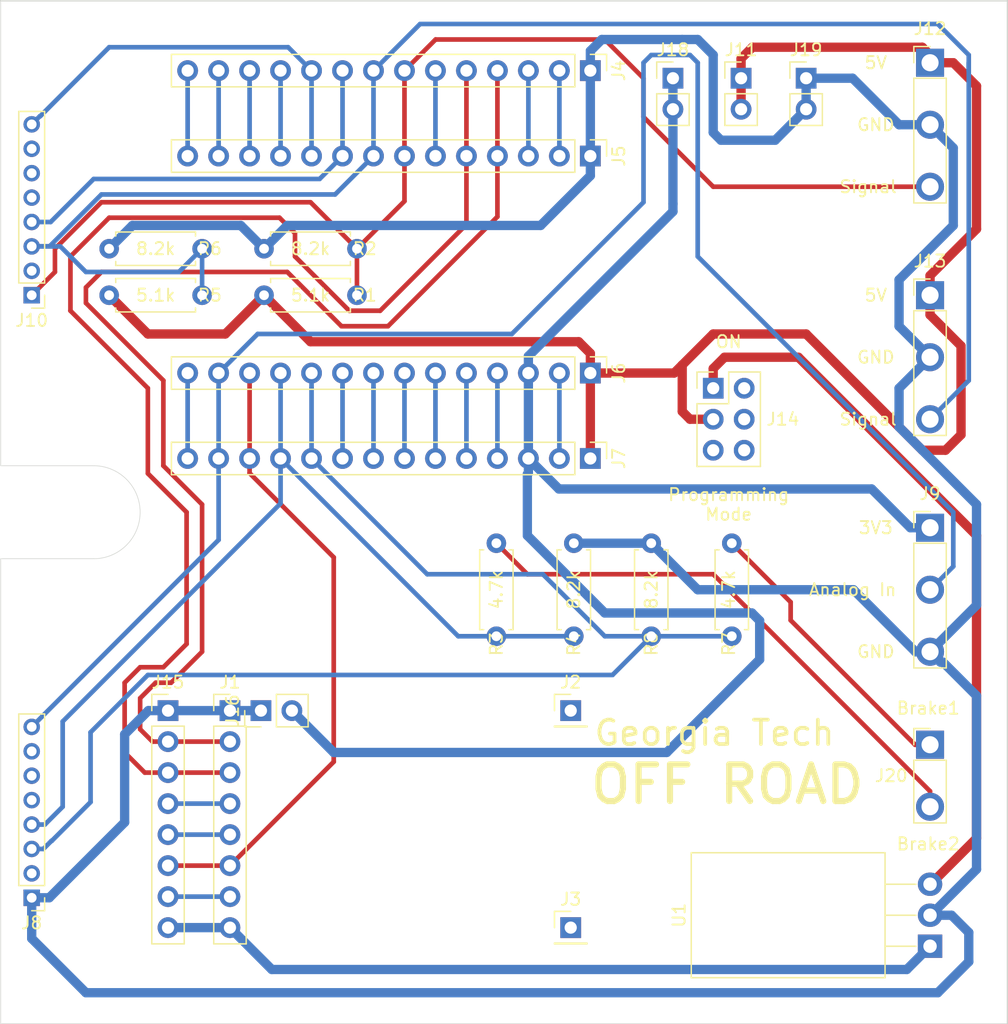
<source format=kicad_pcb>
(kicad_pcb (version 20171130) (host pcbnew "(5.1.4)-1")

  (general
    (thickness 1.6)
    (drawings 31)
    (tracks 297)
    (zones 0)
    (modules 28)
    (nets 36)
  )

  (page A4)
  (layers
    (0 F.Cu signal)
    (31 B.Cu signal)
    (32 B.Adhes user hide)
    (33 F.Adhes user hide)
    (34 B.Paste user hide)
    (35 F.Paste user hide)
    (36 B.SilkS user)
    (37 F.SilkS user)
    (38 B.Mask user hide)
    (39 F.Mask user hide)
    (40 Dwgs.User user hide)
    (41 Cmts.User user hide)
    (42 Eco1.User user hide)
    (43 Eco2.User user hide)
    (44 Edge.Cuts user)
    (45 Margin user hide)
    (46 B.CrtYd user hide)
    (47 F.CrtYd user hide)
    (48 B.Fab user hide)
    (49 F.Fab user hide)
  )

  (setup
    (last_trace_width 0.762)
    (user_trace_width 0.381)
    (user_trace_width 0.762)
    (trace_clearance 0.2)
    (zone_clearance 0.508)
    (zone_45_only no)
    (trace_min 0.2)
    (via_size 0.8)
    (via_drill 0.4)
    (via_min_size 0.4)
    (via_min_drill 0.3)
    (uvia_size 0.3)
    (uvia_drill 0.1)
    (uvias_allowed no)
    (uvia_min_size 0.2)
    (uvia_min_drill 0.1)
    (edge_width 0.05)
    (segment_width 0.2)
    (pcb_text_width 0.3)
    (pcb_text_size 1.5 1.5)
    (mod_edge_width 0.12)
    (mod_text_size 1 1)
    (mod_text_width 0.15)
    (pad_size 1.524 1.524)
    (pad_drill 0.762)
    (pad_to_mask_clearance 0.051)
    (solder_mask_min_width 0.25)
    (aux_axis_origin 0 0)
    (visible_elements 7FFFFFFF)
    (pcbplotparams
      (layerselection 0x010fc_ffffffff)
      (usegerberextensions false)
      (usegerberattributes false)
      (usegerberadvancedattributes false)
      (creategerberjobfile false)
      (excludeedgelayer true)
      (linewidth 0.100000)
      (plotframeref false)
      (viasonmask false)
      (mode 1)
      (useauxorigin false)
      (hpglpennumber 1)
      (hpglpenspeed 20)
      (hpglpendiameter 15.000000)
      (psnegative false)
      (psa4output false)
      (plotreference true)
      (plotvalue true)
      (plotinvisibletext false)
      (padsonsilk false)
      (subtractmaskfromsilk false)
      (outputformat 1)
      (mirror false)
      (drillshape 0)
      (scaleselection 1)
      (outputdirectory ""))
  )

  (net 0 "")
  (net 1 "Net-(J1-Pad1)")
  (net 2 "Net-(J1-Pad2)")
  (net 3 "Net-(J1-Pad3)")
  (net 4 "Net-(J1-Pad4)")
  (net 5 "Net-(J1-Pad5)")
  (net 6 "Net-(J10-Pad1)")
  (net 7 "Net-(J4-Pad2)")
  (net 8 "Net-(J4-Pad3)")
  (net 9 "Net-(J4-Pad6)")
  (net 10 "Net-(J4-Pad11)")
  (net 11 "Net-(J4-Pad12)")
  (net 12 "Net-(J4-Pad13)")
  (net 13 "Net-(J4-Pad14)")
  (net 14 "Net-(J6-Pad5)")
  (net 15 "Net-(J6-Pad4)")
  (net 16 "Net-(J6-Pad2)")
  (net 17 "Net-(J6-Pad13)")
  (net 18 "Net-(J1-Pad6)")
  (net 19 "Net-(J1-Pad7)")
  (net 20 "Net-(J1-Pad8)")
  (net 21 "Net-(J6-Pad6)")
  (net 22 "Net-(J6-Pad9)")
  (net 23 "Net-(J6-Pad10)")
  (net 24 "Net-(J6-Pad14)")
  (net 25 "Net-(J14-Pad1)")
  (net 26 "Net-(J10-Pad4)")
  (net 27 "Net-(J10-Pad8)")
  (net 28 "Net-(J16-Pad2)")
  (net 29 "Net-(J6-Pad7)")
  (net 30 "Net-(J6-Pad8)")
  (net 31 "Net-(J6-Pad11)")
  (net 32 "Net-(J20-Pad2)")
  (net 33 "Net-(J20-Pad1)")
  (net 34 "Net-(J10-Pad3)")
  (net 35 "Net-(J11-Pad1)")

  (net_class Default "This is the default net class."
    (clearance 0.2)
    (trace_width 0.25)
    (via_dia 0.8)
    (via_drill 0.4)
    (uvia_dia 0.3)
    (uvia_drill 0.1)
    (add_net "Net-(J1-Pad1)")
    (add_net "Net-(J1-Pad2)")
    (add_net "Net-(J1-Pad3)")
    (add_net "Net-(J1-Pad4)")
    (add_net "Net-(J1-Pad5)")
    (add_net "Net-(J1-Pad6)")
    (add_net "Net-(J1-Pad7)")
    (add_net "Net-(J1-Pad8)")
    (add_net "Net-(J10-Pad1)")
    (add_net "Net-(J10-Pad3)")
    (add_net "Net-(J10-Pad4)")
    (add_net "Net-(J10-Pad8)")
    (add_net "Net-(J11-Pad1)")
    (add_net "Net-(J14-Pad1)")
    (add_net "Net-(J16-Pad2)")
    (add_net "Net-(J20-Pad1)")
    (add_net "Net-(J20-Pad2)")
    (add_net "Net-(J4-Pad11)")
    (add_net "Net-(J4-Pad12)")
    (add_net "Net-(J4-Pad13)")
    (add_net "Net-(J4-Pad14)")
    (add_net "Net-(J4-Pad2)")
    (add_net "Net-(J4-Pad3)")
    (add_net "Net-(J4-Pad6)")
    (add_net "Net-(J6-Pad10)")
    (add_net "Net-(J6-Pad11)")
    (add_net "Net-(J6-Pad13)")
    (add_net "Net-(J6-Pad14)")
    (add_net "Net-(J6-Pad2)")
    (add_net "Net-(J6-Pad4)")
    (add_net "Net-(J6-Pad5)")
    (add_net "Net-(J6-Pad6)")
    (add_net "Net-(J6-Pad7)")
    (add_net "Net-(J6-Pad8)")
    (add_net "Net-(J6-Pad9)")
  )

  (module Resistor_THT:R_Axial_DIN0207_L6.3mm_D2.5mm_P7.62mm_Horizontal (layer F.Cu) (tedit 5AE5139B) (tstamp 5E248450)
    (at 116.84 90.17 180)
    (descr "Resistor, Axial_DIN0207 series, Axial, Horizontal, pin pitch=7.62mm, 0.25W = 1/4W, length*diameter=6.3*2.5mm^2, http://cdn-reichelt.de/documents/datenblatt/B400/1_4W%23YAG.pdf")
    (tags "Resistor Axial_DIN0207 series Axial Horizontal pin pitch 7.62mm 0.25W = 1/4W length 6.3mm diameter 2.5mm")
    (path /5DD2BDB5)
    (fp_text reference R1 (at -0.635 0) (layer F.SilkS)
      (effects (font (size 1 1) (thickness 0.15)))
    )
    (fp_text value 5.1k (at 3.81 2.37) (layer F.Fab)
      (effects (font (size 1 1) (thickness 0.15)))
    )
    (fp_line (start 0.66 -1.25) (end 0.66 1.25) (layer F.Fab) (width 0.1))
    (fp_line (start 0.66 1.25) (end 6.96 1.25) (layer F.Fab) (width 0.1))
    (fp_line (start 6.96 1.25) (end 6.96 -1.25) (layer F.Fab) (width 0.1))
    (fp_line (start 6.96 -1.25) (end 0.66 -1.25) (layer F.Fab) (width 0.1))
    (fp_line (start 0 0) (end 0.66 0) (layer F.Fab) (width 0.1))
    (fp_line (start 7.62 0) (end 6.96 0) (layer F.Fab) (width 0.1))
    (fp_line (start 0.54 -1.04) (end 0.54 -1.37) (layer F.SilkS) (width 0.12))
    (fp_line (start 0.54 -1.37) (end 7.08 -1.37) (layer F.SilkS) (width 0.12))
    (fp_line (start 7.08 -1.37) (end 7.08 -1.04) (layer F.SilkS) (width 0.12))
    (fp_line (start 0.54 1.04) (end 0.54 1.37) (layer F.SilkS) (width 0.12))
    (fp_line (start 0.54 1.37) (end 7.08 1.37) (layer F.SilkS) (width 0.12))
    (fp_line (start 7.08 1.37) (end 7.08 1.04) (layer F.SilkS) (width 0.12))
    (fp_line (start -1.05 -1.5) (end -1.05 1.5) (layer F.CrtYd) (width 0.05))
    (fp_line (start -1.05 1.5) (end 8.67 1.5) (layer F.CrtYd) (width 0.05))
    (fp_line (start 8.67 1.5) (end 8.67 -1.5) (layer F.CrtYd) (width 0.05))
    (fp_line (start 8.67 -1.5) (end -1.05 -1.5) (layer F.CrtYd) (width 0.05))
    (fp_text user %R (at 3.81 0) (layer F.Fab)
      (effects (font (size 1 1) (thickness 0.15)))
    )
    (pad 1 thru_hole circle (at 0 0 180) (size 1.6 1.6) (drill 0.8) (layers *.Cu *.Mask)
      (net 6 "Net-(J10-Pad1)"))
    (pad 2 thru_hole oval (at 7.62 0 180) (size 1.6 1.6) (drill 0.8) (layers *.Cu *.Mask)
      (net 35 "Net-(J11-Pad1)"))
    (model ${KISYS3DMOD}/Resistor_THT.3dshapes/R_Axial_DIN0207_L6.3mm_D2.5mm_P7.62mm_Horizontal.wrl
      (at (xyz 0 0 0))
      (scale (xyz 1 1 1))
      (rotate (xyz 0 0 0))
    )
  )

  (module Connector_PinHeader_2.54mm:PinHeader_1x08_P2.54mm_Vertical (layer F.Cu) (tedit 59FED5CC) (tstamp 5E249A89)
    (at 106.426 124.206)
    (descr "Through hole straight pin header, 1x08, 2.54mm pitch, single row")
    (tags "Through hole pin header THT 1x08 2.54mm single row")
    (path /5DCE18DD)
    (fp_text reference J1 (at 0 -2.33) (layer F.SilkS)
      (effects (font (size 1 1) (thickness 0.15)))
    )
    (fp_text value "Motor Driver" (at 0 20.11) (layer F.Fab)
      (effects (font (size 1 1) (thickness 0.15)))
    )
    (fp_text user %R (at 0 8.89 90) (layer F.Fab)
      (effects (font (size 1 1) (thickness 0.15)))
    )
    (fp_line (start 1.8 -1.8) (end -1.8 -1.8) (layer F.CrtYd) (width 0.05))
    (fp_line (start 1.8 19.55) (end 1.8 -1.8) (layer F.CrtYd) (width 0.05))
    (fp_line (start -1.8 19.55) (end 1.8 19.55) (layer F.CrtYd) (width 0.05))
    (fp_line (start -1.8 -1.8) (end -1.8 19.55) (layer F.CrtYd) (width 0.05))
    (fp_line (start -1.33 -1.33) (end 0 -1.33) (layer F.SilkS) (width 0.12))
    (fp_line (start -1.33 0) (end -1.33 -1.33) (layer F.SilkS) (width 0.12))
    (fp_line (start -1.33 1.27) (end 1.33 1.27) (layer F.SilkS) (width 0.12))
    (fp_line (start 1.33 1.27) (end 1.33 19.11) (layer F.SilkS) (width 0.12))
    (fp_line (start -1.33 1.27) (end -1.33 19.11) (layer F.SilkS) (width 0.12))
    (fp_line (start -1.33 19.11) (end 1.33 19.11) (layer F.SilkS) (width 0.12))
    (fp_line (start -1.27 -0.635) (end -0.635 -1.27) (layer F.Fab) (width 0.1))
    (fp_line (start -1.27 19.05) (end -1.27 -0.635) (layer F.Fab) (width 0.1))
    (fp_line (start 1.27 19.05) (end -1.27 19.05) (layer F.Fab) (width 0.1))
    (fp_line (start 1.27 -1.27) (end 1.27 19.05) (layer F.Fab) (width 0.1))
    (fp_line (start -0.635 -1.27) (end 1.27 -1.27) (layer F.Fab) (width 0.1))
    (pad 8 thru_hole oval (at 0 17.78) (size 1.7 1.7) (drill 1) (layers *.Cu *.Mask)
      (net 20 "Net-(J1-Pad8)"))
    (pad 7 thru_hole oval (at 0 15.24) (size 1.7 1.7) (drill 1) (layers *.Cu *.Mask)
      (net 19 "Net-(J1-Pad7)"))
    (pad 6 thru_hole oval (at 0 12.7) (size 1.7 1.7) (drill 1) (layers *.Cu *.Mask)
      (net 18 "Net-(J1-Pad6)"))
    (pad 5 thru_hole oval (at 0 10.16) (size 1.7 1.7) (drill 1) (layers *.Cu *.Mask)
      (net 5 "Net-(J1-Pad5)"))
    (pad 4 thru_hole oval (at 0 7.62) (size 1.7 1.7) (drill 1) (layers *.Cu *.Mask)
      (net 4 "Net-(J1-Pad4)"))
    (pad 3 thru_hole oval (at 0 5.08) (size 1.7 1.7) (drill 1) (layers *.Cu *.Mask)
      (net 3 "Net-(J1-Pad3)"))
    (pad 2 thru_hole oval (at 0 2.54) (size 1.7 1.7) (drill 1) (layers *.Cu *.Mask)
      (net 2 "Net-(J1-Pad2)"))
    (pad 1 thru_hole rect (at 0 0) (size 1.7 1.7) (drill 1) (layers *.Cu *.Mask)
      (net 1 "Net-(J1-Pad1)"))
    (model ${KISYS3DMOD}/Connector_PinHeader_2.54mm.3dshapes/PinHeader_1x08_P2.54mm_Vertical.wrl
      (at (xyz 0 0 0))
      (scale (xyz 1 1 1))
      (rotate (xyz 0 0 0))
    )
  )

  (module Connector_PinHeader_2.54mm:PinHeader_1x14_P2.54mm_Vertical (layer F.Cu) (tedit 59FED5CC) (tstamp 5E227CBB)
    (at 135.975999 103.546001 270)
    (descr "Through hole straight pin header, 1x14, 2.54mm pitch, single row")
    (tags "Through hole pin header THT 1x14 2.54mm single row")
    (path /5E28F833)
    (fp_text reference J7 (at 0 -2.33 90) (layer F.SilkS)
      (effects (font (size 1 1) (thickness 0.15)))
    )
    (fp_text value 1x14 (at 0 35.35 90) (layer F.Fab)
      (effects (font (size 1 1) (thickness 0.15)))
    )
    (fp_text user %R (at 0 16.51) (layer F.Fab)
      (effects (font (size 1 1) (thickness 0.15)))
    )
    (fp_line (start 1.8 -1.8) (end -1.8 -1.8) (layer F.CrtYd) (width 0.05))
    (fp_line (start 1.8 34.8) (end 1.8 -1.8) (layer F.CrtYd) (width 0.05))
    (fp_line (start -1.8 34.8) (end 1.8 34.8) (layer F.CrtYd) (width 0.05))
    (fp_line (start -1.8 -1.8) (end -1.8 34.8) (layer F.CrtYd) (width 0.05))
    (fp_line (start -1.33 -1.33) (end 0 -1.33) (layer F.SilkS) (width 0.12))
    (fp_line (start -1.33 0) (end -1.33 -1.33) (layer F.SilkS) (width 0.12))
    (fp_line (start -1.33 1.27) (end 1.33 1.27) (layer F.SilkS) (width 0.12))
    (fp_line (start 1.33 1.27) (end 1.33 34.35) (layer F.SilkS) (width 0.12))
    (fp_line (start -1.33 1.27) (end -1.33 34.35) (layer F.SilkS) (width 0.12))
    (fp_line (start -1.33 34.35) (end 1.33 34.35) (layer F.SilkS) (width 0.12))
    (fp_line (start -1.27 -0.635) (end -0.635 -1.27) (layer F.Fab) (width 0.1))
    (fp_line (start -1.27 34.29) (end -1.27 -0.635) (layer F.Fab) (width 0.1))
    (fp_line (start 1.27 34.29) (end -1.27 34.29) (layer F.Fab) (width 0.1))
    (fp_line (start 1.27 -1.27) (end 1.27 34.29) (layer F.Fab) (width 0.1))
    (fp_line (start -0.635 -1.27) (end 1.27 -1.27) (layer F.Fab) (width 0.1))
    (pad 14 thru_hole oval (at 0 33.02 270) (size 1.7 1.7) (drill 1) (layers *.Cu *.Mask)
      (net 24 "Net-(J6-Pad14)"))
    (pad 13 thru_hole oval (at 0 30.48 270) (size 1.7 1.7) (drill 1) (layers *.Cu *.Mask)
      (net 17 "Net-(J6-Pad13)"))
    (pad 12 thru_hole oval (at 0 27.94 270) (size 1.7 1.7) (drill 1) (layers *.Cu *.Mask)
      (net 18 "Net-(J1-Pad6)"))
    (pad 11 thru_hole oval (at 0 25.4 270) (size 1.7 1.7) (drill 1) (layers *.Cu *.Mask)
      (net 31 "Net-(J6-Pad11)"))
    (pad 10 thru_hole oval (at 0 22.86 270) (size 1.7 1.7) (drill 1) (layers *.Cu *.Mask)
      (net 23 "Net-(J6-Pad10)"))
    (pad 9 thru_hole oval (at 0 20.32 270) (size 1.7 1.7) (drill 1) (layers *.Cu *.Mask)
      (net 22 "Net-(J6-Pad9)"))
    (pad 8 thru_hole oval (at 0 17.78 270) (size 1.7 1.7) (drill 1) (layers *.Cu *.Mask)
      (net 30 "Net-(J6-Pad8)"))
    (pad 7 thru_hole oval (at 0 15.24 270) (size 1.7 1.7) (drill 1) (layers *.Cu *.Mask)
      (net 29 "Net-(J6-Pad7)"))
    (pad 6 thru_hole oval (at 0 12.7 270) (size 1.7 1.7) (drill 1) (layers *.Cu *.Mask)
      (net 21 "Net-(J6-Pad6)"))
    (pad 5 thru_hole oval (at 0 10.16 270) (size 1.7 1.7) (drill 1) (layers *.Cu *.Mask)
      (net 14 "Net-(J6-Pad5)"))
    (pad 4 thru_hole oval (at 0 7.62 270) (size 1.7 1.7) (drill 1) (layers *.Cu *.Mask)
      (net 15 "Net-(J6-Pad4)"))
    (pad 3 thru_hole oval (at 0 5.08 270) (size 1.7 1.7) (drill 1) (layers *.Cu *.Mask)
      (net 28 "Net-(J16-Pad2)"))
    (pad 2 thru_hole oval (at 0 2.54 270) (size 1.7 1.7) (drill 1) (layers *.Cu *.Mask)
      (net 16 "Net-(J6-Pad2)"))
    (pad 1 thru_hole rect (at 0 0 270) (size 1.7 1.7) (drill 1) (layers *.Cu *.Mask)
      (net 35 "Net-(J11-Pad1)"))
    (model ${KISYS3DMOD}/Connector_PinHeader_2.54mm.3dshapes/PinHeader_1x14_P2.54mm_Vertical.wrl
      (at (xyz 0 0 0))
      (scale (xyz 1 1 1))
      (rotate (xyz 0 0 0))
    )
  )

  (module Resistor_THT:R_Axial_DIN0207_L6.3mm_D2.5mm_P7.62mm_Horizontal (layer F.Cu) (tedit 5AE5139B) (tstamp 5E2449E0)
    (at 134.62 110.49 270)
    (descr "Resistor, Axial_DIN0207 series, Axial, Horizontal, pin pitch=7.62mm, 0.25W = 1/4W, length*diameter=6.3*2.5mm^2, http://cdn-reichelt.de/documents/datenblatt/B400/1_4W%23YAG.pdf")
    (tags "Resistor Axial_DIN0207 series Axial Horizontal pin pitch 7.62mm 0.25W = 1/4W length 6.3mm diameter 2.5mm")
    (path /5E2C3CD1)
    (fp_text reference R4 (at 8.255 0 90) (layer F.SilkS)
      (effects (font (size 1 1) (thickness 0.15)))
    )
    (fp_text value 8.2k (at 3.81 2.37 90) (layer F.Fab)
      (effects (font (size 1 1) (thickness 0.15)))
    )
    (fp_text user %R (at 3.81 0 90) (layer F.Fab)
      (effects (font (size 1 1) (thickness 0.15)))
    )
    (fp_line (start 8.67 -1.5) (end -1.05 -1.5) (layer F.CrtYd) (width 0.05))
    (fp_line (start 8.67 1.5) (end 8.67 -1.5) (layer F.CrtYd) (width 0.05))
    (fp_line (start -1.05 1.5) (end 8.67 1.5) (layer F.CrtYd) (width 0.05))
    (fp_line (start -1.05 -1.5) (end -1.05 1.5) (layer F.CrtYd) (width 0.05))
    (fp_line (start 7.08 1.37) (end 7.08 1.04) (layer F.SilkS) (width 0.12))
    (fp_line (start 0.54 1.37) (end 7.08 1.37) (layer F.SilkS) (width 0.12))
    (fp_line (start 0.54 1.04) (end 0.54 1.37) (layer F.SilkS) (width 0.12))
    (fp_line (start 7.08 -1.37) (end 7.08 -1.04) (layer F.SilkS) (width 0.12))
    (fp_line (start 0.54 -1.37) (end 7.08 -1.37) (layer F.SilkS) (width 0.12))
    (fp_line (start 0.54 -1.04) (end 0.54 -1.37) (layer F.SilkS) (width 0.12))
    (fp_line (start 7.62 0) (end 6.96 0) (layer F.Fab) (width 0.1))
    (fp_line (start 0 0) (end 0.66 0) (layer F.Fab) (width 0.1))
    (fp_line (start 6.96 -1.25) (end 0.66 -1.25) (layer F.Fab) (width 0.1))
    (fp_line (start 6.96 1.25) (end 6.96 -1.25) (layer F.Fab) (width 0.1))
    (fp_line (start 0.66 1.25) (end 6.96 1.25) (layer F.Fab) (width 0.1))
    (fp_line (start 0.66 -1.25) (end 0.66 1.25) (layer F.Fab) (width 0.1))
    (pad 2 thru_hole oval (at 7.62 0 270) (size 1.6 1.6) (drill 0.8) (layers *.Cu *.Mask)
      (net 31 "Net-(J6-Pad11)"))
    (pad 1 thru_hole circle (at 0 0 270) (size 1.6 1.6) (drill 0.8) (layers *.Cu *.Mask)
      (net 1 "Net-(J1-Pad1)"))
    (model ${KISYS3DMOD}/Resistor_THT.3dshapes/R_Axial_DIN0207_L6.3mm_D2.5mm_P7.62mm_Horizontal.wrl
      (at (xyz 0 0 0))
      (scale (xyz 1 1 1))
      (rotate (xyz 0 0 0))
    )
  )

  (module Resistor_THT:R_Axial_DIN0207_L6.3mm_D2.5mm_P7.62mm_Horizontal (layer F.Cu) (tedit 5AE5139B) (tstamp 5E248DED)
    (at 128.27 118.11 90)
    (descr "Resistor, Axial_DIN0207 series, Axial, Horizontal, pin pitch=7.62mm, 0.25W = 1/4W, length*diameter=6.3*2.5mm^2, http://cdn-reichelt.de/documents/datenblatt/B400/1_4W%23YAG.pdf")
    (tags "Resistor Axial_DIN0207 series Axial Horizontal pin pitch 7.62mm 0.25W = 1/4W length 6.3mm diameter 2.5mm")
    (path /5E2C3CD7)
    (fp_text reference R3 (at -0.635 0 90) (layer F.SilkS)
      (effects (font (size 1 1) (thickness 0.15)))
    )
    (fp_text value 4.7k (at 3.81 2.37 90) (layer F.Fab)
      (effects (font (size 1 1) (thickness 0.15)))
    )
    (fp_line (start 0.66 -1.25) (end 0.66 1.25) (layer F.Fab) (width 0.1))
    (fp_line (start 0.66 1.25) (end 6.96 1.25) (layer F.Fab) (width 0.1))
    (fp_line (start 6.96 1.25) (end 6.96 -1.25) (layer F.Fab) (width 0.1))
    (fp_line (start 6.96 -1.25) (end 0.66 -1.25) (layer F.Fab) (width 0.1))
    (fp_line (start 0 0) (end 0.66 0) (layer F.Fab) (width 0.1))
    (fp_line (start 7.62 0) (end 6.96 0) (layer F.Fab) (width 0.1))
    (fp_line (start 0.54 -1.04) (end 0.54 -1.37) (layer F.SilkS) (width 0.12))
    (fp_line (start 0.54 -1.37) (end 7.08 -1.37) (layer F.SilkS) (width 0.12))
    (fp_line (start 7.08 -1.37) (end 7.08 -1.04) (layer F.SilkS) (width 0.12))
    (fp_line (start 0.54 1.04) (end 0.54 1.37) (layer F.SilkS) (width 0.12))
    (fp_line (start 0.54 1.37) (end 7.08 1.37) (layer F.SilkS) (width 0.12))
    (fp_line (start 7.08 1.37) (end 7.08 1.04) (layer F.SilkS) (width 0.12))
    (fp_line (start -1.05 -1.5) (end -1.05 1.5) (layer F.CrtYd) (width 0.05))
    (fp_line (start -1.05 1.5) (end 8.67 1.5) (layer F.CrtYd) (width 0.05))
    (fp_line (start 8.67 1.5) (end 8.67 -1.5) (layer F.CrtYd) (width 0.05))
    (fp_line (start 8.67 -1.5) (end -1.05 -1.5) (layer F.CrtYd) (width 0.05))
    (fp_text user %R (at 3.81 0 90) (layer F.Fab)
      (effects (font (size 1 1) (thickness 0.15)))
    )
    (pad 1 thru_hole circle (at 0 0 90) (size 1.6 1.6) (drill 0.8) (layers *.Cu *.Mask)
      (net 31 "Net-(J6-Pad11)"))
    (pad 2 thru_hole oval (at 7.62 0 90) (size 1.6 1.6) (drill 0.8) (layers *.Cu *.Mask)
      (net 32 "Net-(J20-Pad2)"))
    (model ${KISYS3DMOD}/Resistor_THT.3dshapes/R_Axial_DIN0207_L6.3mm_D2.5mm_P7.62mm_Horizontal.wrl
      (at (xyz 0 0 0))
      (scale (xyz 1 1 1))
      (rotate (xyz 0 0 0))
    )
  )

  (module Resistor_THT:R_Axial_DIN0207_L6.3mm_D2.5mm_P7.62mm_Horizontal (layer F.Cu) (tedit 5AE5139B) (tstamp 5E241EB4)
    (at 140.97 110.49 270)
    (descr "Resistor, Axial_DIN0207 series, Axial, Horizontal, pin pitch=7.62mm, 0.25W = 1/4W, length*diameter=6.3*2.5mm^2, http://cdn-reichelt.de/documents/datenblatt/B400/1_4W%23YAG.pdf")
    (tags "Resistor Axial_DIN0207 series Axial Horizontal pin pitch 7.62mm 0.25W = 1/4W length 6.3mm diameter 2.5mm")
    (path /5E2F5507)
    (fp_text reference R8 (at 8.255 0 90) (layer F.SilkS)
      (effects (font (size 1 1) (thickness 0.15)))
    )
    (fp_text value 8.2k (at 3.81 2.37 90) (layer F.Fab)
      (effects (font (size 1 1) (thickness 0.15)))
    )
    (fp_line (start 0.66 -1.25) (end 0.66 1.25) (layer F.Fab) (width 0.1))
    (fp_line (start 0.66 1.25) (end 6.96 1.25) (layer F.Fab) (width 0.1))
    (fp_line (start 6.96 1.25) (end 6.96 -1.25) (layer F.Fab) (width 0.1))
    (fp_line (start 6.96 -1.25) (end 0.66 -1.25) (layer F.Fab) (width 0.1))
    (fp_line (start 0 0) (end 0.66 0) (layer F.Fab) (width 0.1))
    (fp_line (start 7.62 0) (end 6.96 0) (layer F.Fab) (width 0.1))
    (fp_line (start 0.54 -1.04) (end 0.54 -1.37) (layer F.SilkS) (width 0.12))
    (fp_line (start 0.54 -1.37) (end 7.08 -1.37) (layer F.SilkS) (width 0.12))
    (fp_line (start 7.08 -1.37) (end 7.08 -1.04) (layer F.SilkS) (width 0.12))
    (fp_line (start 0.54 1.04) (end 0.54 1.37) (layer F.SilkS) (width 0.12))
    (fp_line (start 0.54 1.37) (end 7.08 1.37) (layer F.SilkS) (width 0.12))
    (fp_line (start 7.08 1.37) (end 7.08 1.04) (layer F.SilkS) (width 0.12))
    (fp_line (start -1.05 -1.5) (end -1.05 1.5) (layer F.CrtYd) (width 0.05))
    (fp_line (start -1.05 1.5) (end 8.67 1.5) (layer F.CrtYd) (width 0.05))
    (fp_line (start 8.67 1.5) (end 8.67 -1.5) (layer F.CrtYd) (width 0.05))
    (fp_line (start 8.67 -1.5) (end -1.05 -1.5) (layer F.CrtYd) (width 0.05))
    (fp_text user %R (at 3.81 0.508 90) (layer F.Fab)
      (effects (font (size 1 1) (thickness 0.15)))
    )
    (pad 1 thru_hole circle (at 0 0 270) (size 1.6 1.6) (drill 0.8) (layers *.Cu *.Mask)
      (net 1 "Net-(J1-Pad1)"))
    (pad 2 thru_hole oval (at 7.62 0 270) (size 1.6 1.6) (drill 0.8) (layers *.Cu *.Mask)
      (net 23 "Net-(J6-Pad10)"))
    (model ${KISYS3DMOD}/Resistor_THT.3dshapes/R_Axial_DIN0207_L6.3mm_D2.5mm_P7.62mm_Horizontal.wrl
      (at (xyz 0 0 0))
      (scale (xyz 1 1 1))
      (rotate (xyz 0 0 0))
    )
  )

  (module Resistor_THT:R_Axial_DIN0207_L6.3mm_D2.5mm_P7.62mm_Horizontal (layer F.Cu) (tedit 5AE5139B) (tstamp 5E2453AF)
    (at 147.574 118.11 90)
    (descr "Resistor, Axial_DIN0207 series, Axial, Horizontal, pin pitch=7.62mm, 0.25W = 1/4W, length*diameter=6.3*2.5mm^2, http://cdn-reichelt.de/documents/datenblatt/B400/1_4W%23YAG.pdf")
    (tags "Resistor Axial_DIN0207 series Axial Horizontal pin pitch 7.62mm 0.25W = 1/4W length 6.3mm diameter 2.5mm")
    (path /5E2F550D)
    (fp_text reference R7 (at -0.635 -0.254 90) (layer F.SilkS)
      (effects (font (size 1 1) (thickness 0.15)))
    )
    (fp_text value 4.7k (at 3.81 2.37 90) (layer F.Fab)
      (effects (font (size 1 1) (thickness 0.15)))
    )
    (fp_text user %R (at 3.81 0 90) (layer F.Fab)
      (effects (font (size 1 1) (thickness 0.15)))
    )
    (fp_line (start 8.67 -1.5) (end -1.05 -1.5) (layer F.CrtYd) (width 0.05))
    (fp_line (start 8.67 1.5) (end 8.67 -1.5) (layer F.CrtYd) (width 0.05))
    (fp_line (start -1.05 1.5) (end 8.67 1.5) (layer F.CrtYd) (width 0.05))
    (fp_line (start -1.05 -1.5) (end -1.05 1.5) (layer F.CrtYd) (width 0.05))
    (fp_line (start 7.08 1.37) (end 7.08 1.04) (layer F.SilkS) (width 0.12))
    (fp_line (start 0.54 1.37) (end 7.08 1.37) (layer F.SilkS) (width 0.12))
    (fp_line (start 0.54 1.04) (end 0.54 1.37) (layer F.SilkS) (width 0.12))
    (fp_line (start 7.08 -1.37) (end 7.08 -1.04) (layer F.SilkS) (width 0.12))
    (fp_line (start 0.54 -1.37) (end 7.08 -1.37) (layer F.SilkS) (width 0.12))
    (fp_line (start 0.54 -1.04) (end 0.54 -1.37) (layer F.SilkS) (width 0.12))
    (fp_line (start 7.62 0) (end 6.96 0) (layer F.Fab) (width 0.1))
    (fp_line (start 0 0) (end 0.66 0) (layer F.Fab) (width 0.1))
    (fp_line (start 6.96 -1.25) (end 0.66 -1.25) (layer F.Fab) (width 0.1))
    (fp_line (start 6.96 1.25) (end 6.96 -1.25) (layer F.Fab) (width 0.1))
    (fp_line (start 0.66 1.25) (end 6.96 1.25) (layer F.Fab) (width 0.1))
    (fp_line (start 0.66 -1.25) (end 0.66 1.25) (layer F.Fab) (width 0.1))
    (pad 2 thru_hole oval (at 7.62 0 90) (size 1.6 1.6) (drill 0.8) (layers *.Cu *.Mask)
      (net 33 "Net-(J20-Pad1)"))
    (pad 1 thru_hole circle (at 0 0 90) (size 1.6 1.6) (drill 0.8) (layers *.Cu *.Mask)
      (net 23 "Net-(J6-Pad10)"))
    (model ${KISYS3DMOD}/Resistor_THT.3dshapes/R_Axial_DIN0207_L6.3mm_D2.5mm_P7.62mm_Horizontal.wrl
      (at (xyz 0 0 0))
      (scale (xyz 1 1 1))
      (rotate (xyz 0 0 0))
    )
  )

  (module Connector_PinHeader_2.54mm:PinHeader_1x01_P2.54mm_Vertical (layer F.Cu) (tedit 59FED5CC) (tstamp 5E249A0A)
    (at 134.366 124.206)
    (descr "Through hole straight pin header, 1x01, 2.54mm pitch, single row")
    (tags "Through hole pin header THT 1x01 2.54mm single row")
    (path /5DCE29A1)
    (fp_text reference J2 (at 0 -2.33) (layer F.SilkS)
      (effects (font (size 1 1) (thickness 0.15)))
    )
    (fp_text value Conn_01x01 (at 0 2.33) (layer F.Fab)
      (effects (font (size 1 1) (thickness 0.15)))
    )
    (fp_text user %R (at 0 0 90) (layer F.Fab)
      (effects (font (size 1 1) (thickness 0.15)))
    )
    (fp_line (start 1.8 -1.8) (end -1.8 -1.8) (layer F.CrtYd) (width 0.05))
    (fp_line (start 1.8 1.8) (end 1.8 -1.8) (layer F.CrtYd) (width 0.05))
    (fp_line (start -1.8 1.8) (end 1.8 1.8) (layer F.CrtYd) (width 0.05))
    (fp_line (start -1.8 -1.8) (end -1.8 1.8) (layer F.CrtYd) (width 0.05))
    (fp_line (start -1.33 -1.33) (end 0 -1.33) (layer F.SilkS) (width 0.12))
    (fp_line (start -1.33 0) (end -1.33 -1.33) (layer F.SilkS) (width 0.12))
    (fp_line (start -1.33 1.27) (end 1.33 1.27) (layer F.SilkS) (width 0.12))
    (fp_line (start 1.33 1.27) (end 1.33 1.33) (layer F.SilkS) (width 0.12))
    (fp_line (start -1.33 1.27) (end -1.33 1.33) (layer F.SilkS) (width 0.12))
    (fp_line (start -1.33 1.33) (end 1.33 1.33) (layer F.SilkS) (width 0.12))
    (fp_line (start -1.27 -0.635) (end -0.635 -1.27) (layer F.Fab) (width 0.1))
    (fp_line (start -1.27 1.27) (end -1.27 -0.635) (layer F.Fab) (width 0.1))
    (fp_line (start 1.27 1.27) (end -1.27 1.27) (layer F.Fab) (width 0.1))
    (fp_line (start 1.27 -1.27) (end 1.27 1.27) (layer F.Fab) (width 0.1))
    (fp_line (start -0.635 -1.27) (end 1.27 -1.27) (layer F.Fab) (width 0.1))
    (pad 1 thru_hole rect (at 0 0) (size 1.7 1.7) (drill 1) (layers *.Cu *.Mask))
    (model ${KISYS3DMOD}/Connector_PinHeader_2.54mm.3dshapes/PinHeader_1x01_P2.54mm_Vertical.wrl
      (at (xyz 0 0 0))
      (scale (xyz 1 1 1))
      (rotate (xyz 0 0 0))
    )
  )

  (module Connector_PinHeader_2.54mm:PinHeader_1x01_P2.54mm_Vertical (layer F.Cu) (tedit 59FED5CC) (tstamp 5E249A46)
    (at 134.366 141.986)
    (descr "Through hole straight pin header, 1x01, 2.54mm pitch, single row")
    (tags "Through hole pin header THT 1x01 2.54mm single row")
    (path /5DCE4593)
    (fp_text reference J3 (at 0 -2.33) (layer F.SilkS)
      (effects (font (size 1 1) (thickness 0.15)))
    )
    (fp_text value Conn_01x01 (at 0 2.33) (layer F.Fab)
      (effects (font (size 1 1) (thickness 0.15)))
    )
    (fp_line (start -0.635 -1.27) (end 1.27 -1.27) (layer F.Fab) (width 0.1))
    (fp_line (start 1.27 -1.27) (end 1.27 1.27) (layer F.Fab) (width 0.1))
    (fp_line (start 1.27 1.27) (end -1.27 1.27) (layer F.Fab) (width 0.1))
    (fp_line (start -1.27 1.27) (end -1.27 -0.635) (layer F.Fab) (width 0.1))
    (fp_line (start -1.27 -0.635) (end -0.635 -1.27) (layer F.Fab) (width 0.1))
    (fp_line (start -1.33 1.33) (end 1.33 1.33) (layer F.SilkS) (width 0.12))
    (fp_line (start -1.33 1.27) (end -1.33 1.33) (layer F.SilkS) (width 0.12))
    (fp_line (start 1.33 1.27) (end 1.33 1.33) (layer F.SilkS) (width 0.12))
    (fp_line (start -1.33 1.27) (end 1.33 1.27) (layer F.SilkS) (width 0.12))
    (fp_line (start -1.33 0) (end -1.33 -1.33) (layer F.SilkS) (width 0.12))
    (fp_line (start -1.33 -1.33) (end 0 -1.33) (layer F.SilkS) (width 0.12))
    (fp_line (start -1.8 -1.8) (end -1.8 1.8) (layer F.CrtYd) (width 0.05))
    (fp_line (start -1.8 1.8) (end 1.8 1.8) (layer F.CrtYd) (width 0.05))
    (fp_line (start 1.8 1.8) (end 1.8 -1.8) (layer F.CrtYd) (width 0.05))
    (fp_line (start 1.8 -1.8) (end -1.8 -1.8) (layer F.CrtYd) (width 0.05))
    (fp_text user %R (at 0 0 90) (layer F.Fab)
      (effects (font (size 1 1) (thickness 0.15)))
    )
    (pad 1 thru_hole rect (at 0 0) (size 1.7 1.7) (drill 1) (layers *.Cu *.Mask))
    (model ${KISYS3DMOD}/Connector_PinHeader_2.54mm.3dshapes/PinHeader_1x01_P2.54mm_Vertical.wrl
      (at (xyz 0 0 0))
      (scale (xyz 1 1 1))
      (rotate (xyz 0 0 0))
    )
  )

  (module Connector_PinHeader_2.54mm:PinHeader_1x08_P2.54mm_Vertical (layer F.Cu) (tedit 59FED5CC) (tstamp 5E2499C0)
    (at 101.346 124.206)
    (descr "Through hole straight pin header, 1x08, 2.54mm pitch, single row")
    (tags "Through hole pin header THT 1x08 2.54mm single row")
    (path /5DDF828E)
    (fp_text reference J15 (at 0 -2.33) (layer F.SilkS)
      (effects (font (size 1 1) (thickness 0.15)))
    )
    (fp_text value Conn_01x08 (at 0 20.11) (layer F.Fab)
      (effects (font (size 1 1) (thickness 0.15)))
    )
    (fp_line (start -0.635 -1.27) (end 1.27 -1.27) (layer F.Fab) (width 0.1))
    (fp_line (start 1.27 -1.27) (end 1.27 19.05) (layer F.Fab) (width 0.1))
    (fp_line (start 1.27 19.05) (end -1.27 19.05) (layer F.Fab) (width 0.1))
    (fp_line (start -1.27 19.05) (end -1.27 -0.635) (layer F.Fab) (width 0.1))
    (fp_line (start -1.27 -0.635) (end -0.635 -1.27) (layer F.Fab) (width 0.1))
    (fp_line (start -1.33 19.11) (end 1.33 19.11) (layer F.SilkS) (width 0.12))
    (fp_line (start -1.33 1.27) (end -1.33 19.11) (layer F.SilkS) (width 0.12))
    (fp_line (start 1.33 1.27) (end 1.33 19.11) (layer F.SilkS) (width 0.12))
    (fp_line (start -1.33 1.27) (end 1.33 1.27) (layer F.SilkS) (width 0.12))
    (fp_line (start -1.33 0) (end -1.33 -1.33) (layer F.SilkS) (width 0.12))
    (fp_line (start -1.33 -1.33) (end 0 -1.33) (layer F.SilkS) (width 0.12))
    (fp_line (start -1.8 -1.8) (end -1.8 19.55) (layer F.CrtYd) (width 0.05))
    (fp_line (start -1.8 19.55) (end 1.8 19.55) (layer F.CrtYd) (width 0.05))
    (fp_line (start 1.8 19.55) (end 1.8 -1.8) (layer F.CrtYd) (width 0.05))
    (fp_line (start 1.8 -1.8) (end -1.8 -1.8) (layer F.CrtYd) (width 0.05))
    (fp_text user %R (at 0 8.89 90) (layer F.Fab)
      (effects (font (size 1 1) (thickness 0.15)))
    )
    (pad 1 thru_hole rect (at 0 0) (size 1.7 1.7) (drill 1) (layers *.Cu *.Mask)
      (net 1 "Net-(J1-Pad1)"))
    (pad 2 thru_hole oval (at 0 2.54) (size 1.7 1.7) (drill 1) (layers *.Cu *.Mask)
      (net 2 "Net-(J1-Pad2)"))
    (pad 3 thru_hole oval (at 0 5.08) (size 1.7 1.7) (drill 1) (layers *.Cu *.Mask)
      (net 3 "Net-(J1-Pad3)"))
    (pad 4 thru_hole oval (at 0 7.62) (size 1.7 1.7) (drill 1) (layers *.Cu *.Mask)
      (net 4 "Net-(J1-Pad4)"))
    (pad 5 thru_hole oval (at 0 10.16) (size 1.7 1.7) (drill 1) (layers *.Cu *.Mask)
      (net 5 "Net-(J1-Pad5)"))
    (pad 6 thru_hole oval (at 0 12.7) (size 1.7 1.7) (drill 1) (layers *.Cu *.Mask)
      (net 18 "Net-(J1-Pad6)"))
    (pad 7 thru_hole oval (at 0 15.24) (size 1.7 1.7) (drill 1) (layers *.Cu *.Mask)
      (net 19 "Net-(J1-Pad7)"))
    (pad 8 thru_hole oval (at 0 17.78) (size 1.7 1.7) (drill 1) (layers *.Cu *.Mask)
      (net 20 "Net-(J1-Pad8)"))
    (model ${KISYS3DMOD}/Connector_PinHeader_2.54mm.3dshapes/PinHeader_1x08_P2.54mm_Vertical.wrl
      (at (xyz 0 0 0))
      (scale (xyz 1 1 1))
      (rotate (xyz 0 0 0))
    )
  )

  (module Connector_PinHeader_2.54mm:PinHeader_1x02_P2.54mm_Vertical (layer F.Cu) (tedit 59FED5CC) (tstamp 5E24997B)
    (at 108.966 124.206 90)
    (descr "Through hole straight pin header, 1x02, 2.54mm pitch, single row")
    (tags "Through hole pin header THT 1x02 2.54mm single row")
    (path /5DE62186)
    (fp_text reference J16 (at 0 -2.33 90) (layer F.SilkS)
      (effects (font (size 1 1) (thickness 0.15)))
    )
    (fp_text value MotorDriver2 (at 0 4.87 90) (layer F.Fab)
      (effects (font (size 1 1) (thickness 0.15)))
    )
    (fp_text user %R (at 0 1.27) (layer F.Fab)
      (effects (font (size 1 1) (thickness 0.15)))
    )
    (fp_line (start 1.8 -1.8) (end -1.8 -1.8) (layer F.CrtYd) (width 0.05))
    (fp_line (start 1.8 4.35) (end 1.8 -1.8) (layer F.CrtYd) (width 0.05))
    (fp_line (start -1.8 4.35) (end 1.8 4.35) (layer F.CrtYd) (width 0.05))
    (fp_line (start -1.8 -1.8) (end -1.8 4.35) (layer F.CrtYd) (width 0.05))
    (fp_line (start -1.33 -1.33) (end 0 -1.33) (layer F.SilkS) (width 0.12))
    (fp_line (start -1.33 0) (end -1.33 -1.33) (layer F.SilkS) (width 0.12))
    (fp_line (start -1.33 1.27) (end 1.33 1.27) (layer F.SilkS) (width 0.12))
    (fp_line (start 1.33 1.27) (end 1.33 3.87) (layer F.SilkS) (width 0.12))
    (fp_line (start -1.33 1.27) (end -1.33 3.87) (layer F.SilkS) (width 0.12))
    (fp_line (start -1.33 3.87) (end 1.33 3.87) (layer F.SilkS) (width 0.12))
    (fp_line (start -1.27 -0.635) (end -0.635 -1.27) (layer F.Fab) (width 0.1))
    (fp_line (start -1.27 3.81) (end -1.27 -0.635) (layer F.Fab) (width 0.1))
    (fp_line (start 1.27 3.81) (end -1.27 3.81) (layer F.Fab) (width 0.1))
    (fp_line (start 1.27 -1.27) (end 1.27 3.81) (layer F.Fab) (width 0.1))
    (fp_line (start -0.635 -1.27) (end 1.27 -1.27) (layer F.Fab) (width 0.1))
    (pad 2 thru_hole oval (at 0 2.54 90) (size 1.7 1.7) (drill 1) (layers *.Cu *.Mask)
      (net 28 "Net-(J16-Pad2)"))
    (pad 1 thru_hole rect (at 0 0 90) (size 1.7 1.7) (drill 1) (layers *.Cu *.Mask)
      (net 1 "Net-(J1-Pad1)"))
    (model ${KISYS3DMOD}/Connector_PinHeader_2.54mm.3dshapes/PinHeader_1x02_P2.54mm_Vertical.wrl
      (at (xyz 0 0 0))
      (scale (xyz 1 1 1))
      (rotate (xyz 0 0 0))
    )
  )

  (module Package_TO_SOT_THT:TO-220-3_Horizontal_TabDown (layer F.Cu) (tedit 5AC8BA0D) (tstamp 5E249769)
    (at 163.83 143.51 90)
    (descr "TO-220-3, Horizontal, RM 2.54mm, see https://www.vishay.com/docs/66542/to-220-1.pdf")
    (tags "TO-220-3 Horizontal RM 2.54mm")
    (path /5DE3C705)
    (fp_text reference U1 (at 2.54 -20.58 90) (layer F.SilkS)
      (effects (font (size 1 1) (thickness 0.15)))
    )
    (fp_text value L7805 (at 2.54 2 90) (layer F.Fab)
      (effects (font (size 1 1) (thickness 0.15)))
    )
    (fp_text user %R (at 2.54 -20.58 90) (layer F.Fab)
      (effects (font (size 1 1) (thickness 0.15)))
    )
    (fp_line (start 7.79 -19.71) (end -2.71 -19.71) (layer F.CrtYd) (width 0.05))
    (fp_line (start 7.79 1.25) (end 7.79 -19.71) (layer F.CrtYd) (width 0.05))
    (fp_line (start -2.71 1.25) (end 7.79 1.25) (layer F.CrtYd) (width 0.05))
    (fp_line (start -2.71 -19.71) (end -2.71 1.25) (layer F.CrtYd) (width 0.05))
    (fp_line (start 5.08 -3.69) (end 5.08 -1.15) (layer F.SilkS) (width 0.12))
    (fp_line (start 2.54 -3.69) (end 2.54 -1.15) (layer F.SilkS) (width 0.12))
    (fp_line (start 0 -3.69) (end 0 -1.15) (layer F.SilkS) (width 0.12))
    (fp_line (start 7.66 -19.58) (end 7.66 -3.69) (layer F.SilkS) (width 0.12))
    (fp_line (start -2.58 -19.58) (end -2.58 -3.69) (layer F.SilkS) (width 0.12))
    (fp_line (start -2.58 -19.58) (end 7.66 -19.58) (layer F.SilkS) (width 0.12))
    (fp_line (start -2.58 -3.69) (end 7.66 -3.69) (layer F.SilkS) (width 0.12))
    (fp_line (start 5.08 -3.81) (end 5.08 0) (layer F.Fab) (width 0.1))
    (fp_line (start 2.54 -3.81) (end 2.54 0) (layer F.Fab) (width 0.1))
    (fp_line (start 0 -3.81) (end 0 0) (layer F.Fab) (width 0.1))
    (fp_line (start 7.54 -3.81) (end -2.46 -3.81) (layer F.Fab) (width 0.1))
    (fp_line (start 7.54 -13.06) (end 7.54 -3.81) (layer F.Fab) (width 0.1))
    (fp_line (start -2.46 -13.06) (end 7.54 -13.06) (layer F.Fab) (width 0.1))
    (fp_line (start -2.46 -3.81) (end -2.46 -13.06) (layer F.Fab) (width 0.1))
    (fp_line (start 7.54 -13.06) (end -2.46 -13.06) (layer F.Fab) (width 0.1))
    (fp_line (start 7.54 -19.46) (end 7.54 -13.06) (layer F.Fab) (width 0.1))
    (fp_line (start -2.46 -19.46) (end 7.54 -19.46) (layer F.Fab) (width 0.1))
    (fp_line (start -2.46 -13.06) (end -2.46 -19.46) (layer F.Fab) (width 0.1))
    (fp_circle (center 2.54 -16.66) (end 4.39 -16.66) (layer F.Fab) (width 0.1))
    (pad 3 thru_hole oval (at 5.08 0 90) (size 1.905 2) (drill 1.1) (layers *.Cu *.Mask)
      (net 25 "Net-(J14-Pad1)"))
    (pad 2 thru_hole oval (at 2.54 0 90) (size 1.905 2) (drill 1.1) (layers *.Cu *.Mask)
      (net 1 "Net-(J1-Pad1)"))
    (pad 1 thru_hole rect (at 0 0 90) (size 1.905 2) (drill 1.1) (layers *.Cu *.Mask)
      (net 20 "Net-(J1-Pad8)"))
    (pad "" np_thru_hole oval (at 2.54 -16.66 90) (size 3.5 3.5) (drill 3.5) (layers *.Cu *.Mask))
    (model ${KISYS3DMOD}/Package_TO_SOT_THT.3dshapes/TO-220-3_Horizontal_TabDown.wrl
      (at (xyz 0 0 0))
      (scale (xyz 1 1 1))
      (rotate (xyz 0 0 0))
    )
  )

  (module Connector_PinHeader_2.54mm:PinHeader_1x14_P2.54mm_Vertical (layer F.Cu) (tedit 59FED5CC) (tstamp 5E23E6BC)
    (at 135.975999 71.766001 270)
    (descr "Through hole straight pin header, 1x14, 2.54mm pitch, single row")
    (tags "Through hole pin header THT 1x14 2.54mm single row")
    (path /5E25429E)
    (fp_text reference J4 (at 0 -2.33 90) (layer F.SilkS)
      (effects (font (size 1 1) (thickness 0.15)))
    )
    (fp_text value 1x14 (at 0 35.35 90) (layer F.Fab)
      (effects (font (size 1 1) (thickness 0.15)))
    )
    (fp_line (start -0.635 -1.27) (end 1.27 -1.27) (layer F.Fab) (width 0.1))
    (fp_line (start 1.27 -1.27) (end 1.27 34.29) (layer F.Fab) (width 0.1))
    (fp_line (start 1.27 34.29) (end -1.27 34.29) (layer F.Fab) (width 0.1))
    (fp_line (start -1.27 34.29) (end -1.27 -0.635) (layer F.Fab) (width 0.1))
    (fp_line (start -1.27 -0.635) (end -0.635 -1.27) (layer F.Fab) (width 0.1))
    (fp_line (start -1.33 34.35) (end 1.33 34.35) (layer F.SilkS) (width 0.12))
    (fp_line (start -1.33 1.27) (end -1.33 34.35) (layer F.SilkS) (width 0.12))
    (fp_line (start 1.33 1.27) (end 1.33 34.35) (layer F.SilkS) (width 0.12))
    (fp_line (start -1.33 1.27) (end 1.33 1.27) (layer F.SilkS) (width 0.12))
    (fp_line (start -1.33 0) (end -1.33 -1.33) (layer F.SilkS) (width 0.12))
    (fp_line (start -1.33 -1.33) (end 0 -1.33) (layer F.SilkS) (width 0.12))
    (fp_line (start -1.8 -1.8) (end -1.8 34.8) (layer F.CrtYd) (width 0.05))
    (fp_line (start -1.8 34.8) (end 1.8 34.8) (layer F.CrtYd) (width 0.05))
    (fp_line (start 1.8 34.8) (end 1.8 -1.8) (layer F.CrtYd) (width 0.05))
    (fp_line (start 1.8 -1.8) (end -1.8 -1.8) (layer F.CrtYd) (width 0.05))
    (fp_text user %R (at 0 16.51) (layer F.Fab)
      (effects (font (size 1 1) (thickness 0.15)))
    )
    (pad 1 thru_hole rect (at 0 0 270) (size 1.7 1.7) (drill 1) (layers *.Cu *.Mask)
      (net 1 "Net-(J1-Pad1)"))
    (pad 2 thru_hole oval (at 0 2.54 270) (size 1.7 1.7) (drill 1) (layers *.Cu *.Mask)
      (net 7 "Net-(J4-Pad2)"))
    (pad 3 thru_hole oval (at 0 5.08 270) (size 1.7 1.7) (drill 1) (layers *.Cu *.Mask)
      (net 8 "Net-(J4-Pad3)"))
    (pad 4 thru_hole oval (at 0 7.62 270) (size 1.7 1.7) (drill 1) (layers *.Cu *.Mask)
      (net 2 "Net-(J1-Pad2)"))
    (pad 5 thru_hole oval (at 0 10.16 270) (size 1.7 1.7) (drill 1) (layers *.Cu *.Mask)
      (net 3 "Net-(J1-Pad3)"))
    (pad 6 thru_hole oval (at 0 12.7 270) (size 1.7 1.7) (drill 1) (layers *.Cu *.Mask)
      (net 9 "Net-(J4-Pad6)"))
    (pad 7 thru_hole oval (at 0 15.24 270) (size 1.7 1.7) (drill 1) (layers *.Cu *.Mask)
      (net 6 "Net-(J10-Pad1)"))
    (pad 8 thru_hole oval (at 0 17.78 270) (size 1.7 1.7) (drill 1) (layers *.Cu *.Mask)
      (net 34 "Net-(J10-Pad3)"))
    (pad 9 thru_hole oval (at 0 20.32 270) (size 1.7 1.7) (drill 1) (layers *.Cu *.Mask)
      (net 26 "Net-(J10-Pad4)"))
    (pad 10 thru_hole oval (at 0 22.86 270) (size 1.7 1.7) (drill 1) (layers *.Cu *.Mask)
      (net 27 "Net-(J10-Pad8)"))
    (pad 11 thru_hole oval (at 0 25.4 270) (size 1.7 1.7) (drill 1) (layers *.Cu *.Mask)
      (net 10 "Net-(J4-Pad11)"))
    (pad 12 thru_hole oval (at 0 27.94 270) (size 1.7 1.7) (drill 1) (layers *.Cu *.Mask)
      (net 11 "Net-(J4-Pad12)"))
    (pad 13 thru_hole oval (at 0 30.48 270) (size 1.7 1.7) (drill 1) (layers *.Cu *.Mask)
      (net 12 "Net-(J4-Pad13)"))
    (pad 14 thru_hole oval (at 0 33.02 270) (size 1.7 1.7) (drill 1) (layers *.Cu *.Mask)
      (net 13 "Net-(J4-Pad14)"))
    (model ${KISYS3DMOD}/Connector_PinHeader_2.54mm.3dshapes/PinHeader_1x14_P2.54mm_Vertical.wrl
      (at (xyz 0 0 0))
      (scale (xyz 1 1 1))
      (rotate (xyz 0 0 0))
    )
  )

  (module Connector_PinHeader_2.54mm:PinHeader_1x14_P2.54mm_Vertical (layer F.Cu) (tedit 59FED5CC) (tstamp 5E23E659)
    (at 135.975999 78.766001 270)
    (descr "Through hole straight pin header, 1x14, 2.54mm pitch, single row")
    (tags "Through hole pin header THT 1x14 2.54mm single row")
    (path /5E277340)
    (fp_text reference J5 (at 0 -2.33 90) (layer F.SilkS)
      (effects (font (size 1 1) (thickness 0.15)))
    )
    (fp_text value "Teensy 3.2L" (at 0 35.35 90) (layer F.Fab)
      (effects (font (size 1 1) (thickness 0.15)))
    )
    (fp_text user %R (at 0 16.51) (layer F.Fab)
      (effects (font (size 1 1) (thickness 0.15)))
    )
    (fp_line (start 1.8 -1.8) (end -1.8 -1.8) (layer F.CrtYd) (width 0.05))
    (fp_line (start 1.8 34.8) (end 1.8 -1.8) (layer F.CrtYd) (width 0.05))
    (fp_line (start -1.8 34.8) (end 1.8 34.8) (layer F.CrtYd) (width 0.05))
    (fp_line (start -1.8 -1.8) (end -1.8 34.8) (layer F.CrtYd) (width 0.05))
    (fp_line (start -1.33 -1.33) (end 0 -1.33) (layer F.SilkS) (width 0.12))
    (fp_line (start -1.33 0) (end -1.33 -1.33) (layer F.SilkS) (width 0.12))
    (fp_line (start -1.33 1.27) (end 1.33 1.27) (layer F.SilkS) (width 0.12))
    (fp_line (start 1.33 1.27) (end 1.33 34.35) (layer F.SilkS) (width 0.12))
    (fp_line (start -1.33 1.27) (end -1.33 34.35) (layer F.SilkS) (width 0.12))
    (fp_line (start -1.33 34.35) (end 1.33 34.35) (layer F.SilkS) (width 0.12))
    (fp_line (start -1.27 -0.635) (end -0.635 -1.27) (layer F.Fab) (width 0.1))
    (fp_line (start -1.27 34.29) (end -1.27 -0.635) (layer F.Fab) (width 0.1))
    (fp_line (start 1.27 34.29) (end -1.27 34.29) (layer F.Fab) (width 0.1))
    (fp_line (start 1.27 -1.27) (end 1.27 34.29) (layer F.Fab) (width 0.1))
    (fp_line (start -0.635 -1.27) (end 1.27 -1.27) (layer F.Fab) (width 0.1))
    (pad 14 thru_hole oval (at 0 33.02 270) (size 1.7 1.7) (drill 1) (layers *.Cu *.Mask)
      (net 13 "Net-(J4-Pad14)"))
    (pad 13 thru_hole oval (at 0 30.48 270) (size 1.7 1.7) (drill 1) (layers *.Cu *.Mask)
      (net 12 "Net-(J4-Pad13)"))
    (pad 12 thru_hole oval (at 0 27.94 270) (size 1.7 1.7) (drill 1) (layers *.Cu *.Mask)
      (net 11 "Net-(J4-Pad12)"))
    (pad 11 thru_hole oval (at 0 25.4 270) (size 1.7 1.7) (drill 1) (layers *.Cu *.Mask)
      (net 10 "Net-(J4-Pad11)"))
    (pad 10 thru_hole oval (at 0 22.86 270) (size 1.7 1.7) (drill 1) (layers *.Cu *.Mask)
      (net 27 "Net-(J10-Pad8)"))
    (pad 9 thru_hole oval (at 0 20.32 270) (size 1.7 1.7) (drill 1) (layers *.Cu *.Mask)
      (net 26 "Net-(J10-Pad4)"))
    (pad 8 thru_hole oval (at 0 17.78 270) (size 1.7 1.7) (drill 1) (layers *.Cu *.Mask)
      (net 34 "Net-(J10-Pad3)"))
    (pad 7 thru_hole oval (at 0 15.24 270) (size 1.7 1.7) (drill 1) (layers *.Cu *.Mask)
      (net 6 "Net-(J10-Pad1)"))
    (pad 6 thru_hole oval (at 0 12.7 270) (size 1.7 1.7) (drill 1) (layers *.Cu *.Mask)
      (net 9 "Net-(J4-Pad6)"))
    (pad 5 thru_hole oval (at 0 10.16 270) (size 1.7 1.7) (drill 1) (layers *.Cu *.Mask)
      (net 3 "Net-(J1-Pad3)"))
    (pad 4 thru_hole oval (at 0 7.62 270) (size 1.7 1.7) (drill 1) (layers *.Cu *.Mask)
      (net 2 "Net-(J1-Pad2)"))
    (pad 3 thru_hole oval (at 0 5.08 270) (size 1.7 1.7) (drill 1) (layers *.Cu *.Mask)
      (net 8 "Net-(J4-Pad3)"))
    (pad 2 thru_hole oval (at 0 2.54 270) (size 1.7 1.7) (drill 1) (layers *.Cu *.Mask)
      (net 7 "Net-(J4-Pad2)"))
    (pad 1 thru_hole rect (at 0 0 270) (size 1.7 1.7) (drill 1) (layers *.Cu *.Mask)
      (net 1 "Net-(J1-Pad1)"))
    (model ${KISYS3DMOD}/Connector_PinHeader_2.54mm.3dshapes/PinHeader_1x14_P2.54mm_Vertical.wrl
      (at (xyz 0 0 0))
      (scale (xyz 1 1 1))
      (rotate (xyz 0 0 0))
    )
  )

  (module Connector_PinHeader_2.54mm:PinHeader_1x14_P2.54mm_Vertical (layer F.Cu) (tedit 59FED5CC) (tstamp 5E23FFA2)
    (at 135.975999 96.546001 270)
    (descr "Through hole straight pin header, 1x14, 2.54mm pitch, single row")
    (tags "Through hole pin header THT 1x14 2.54mm single row")
    (path /5E28F839)
    (fp_text reference J6 (at 0 -2.33 90) (layer F.SilkS)
      (effects (font (size 1 1) (thickness 0.15)))
    )
    (fp_text value "Teensy 3.2R" (at 0 35.35 90) (layer F.Fab)
      (effects (font (size 1 1) (thickness 0.15)))
    )
    (fp_line (start -0.635 -1.27) (end 1.27 -1.27) (layer F.Fab) (width 0.1))
    (fp_line (start 1.27 -1.27) (end 1.27 34.29) (layer F.Fab) (width 0.1))
    (fp_line (start 1.27 34.29) (end -1.27 34.29) (layer F.Fab) (width 0.1))
    (fp_line (start -1.27 34.29) (end -1.27 -0.635) (layer F.Fab) (width 0.1))
    (fp_line (start -1.27 -0.635) (end -0.635 -1.27) (layer F.Fab) (width 0.1))
    (fp_line (start -1.33 34.35) (end 1.33 34.35) (layer F.SilkS) (width 0.12))
    (fp_line (start -1.33 1.27) (end -1.33 34.35) (layer F.SilkS) (width 0.12))
    (fp_line (start 1.33 1.27) (end 1.33 34.35) (layer F.SilkS) (width 0.12))
    (fp_line (start -1.33 1.27) (end 1.33 1.27) (layer F.SilkS) (width 0.12))
    (fp_line (start -1.33 0) (end -1.33 -1.33) (layer F.SilkS) (width 0.12))
    (fp_line (start -1.33 -1.33) (end 0 -1.33) (layer F.SilkS) (width 0.12))
    (fp_line (start -1.8 -1.8) (end -1.8 34.8) (layer F.CrtYd) (width 0.05))
    (fp_line (start -1.8 34.8) (end 1.8 34.8) (layer F.CrtYd) (width 0.05))
    (fp_line (start 1.8 34.8) (end 1.8 -1.8) (layer F.CrtYd) (width 0.05))
    (fp_line (start 1.8 -1.8) (end -1.8 -1.8) (layer F.CrtYd) (width 0.05))
    (fp_text user %R (at 0 16.51) (layer F.Fab)
      (effects (font (size 1 1) (thickness 0.15)))
    )
    (pad 1 thru_hole rect (at 0 0 270) (size 1.7 1.7) (drill 1) (layers *.Cu *.Mask)
      (net 35 "Net-(J11-Pad1)"))
    (pad 2 thru_hole oval (at 0 2.54 270) (size 1.7 1.7) (drill 1) (layers *.Cu *.Mask)
      (net 16 "Net-(J6-Pad2)"))
    (pad 3 thru_hole oval (at 0 5.08 270) (size 1.7 1.7) (drill 1) (layers *.Cu *.Mask)
      (net 28 "Net-(J16-Pad2)"))
    (pad 4 thru_hole oval (at 0 7.62 270) (size 1.7 1.7) (drill 1) (layers *.Cu *.Mask)
      (net 15 "Net-(J6-Pad4)"))
    (pad 5 thru_hole oval (at 0 10.16 270) (size 1.7 1.7) (drill 1) (layers *.Cu *.Mask)
      (net 14 "Net-(J6-Pad5)"))
    (pad 6 thru_hole oval (at 0 12.7 270) (size 1.7 1.7) (drill 1) (layers *.Cu *.Mask)
      (net 21 "Net-(J6-Pad6)"))
    (pad 7 thru_hole oval (at 0 15.24 270) (size 1.7 1.7) (drill 1) (layers *.Cu *.Mask)
      (net 29 "Net-(J6-Pad7)"))
    (pad 8 thru_hole oval (at 0 17.78 270) (size 1.7 1.7) (drill 1) (layers *.Cu *.Mask)
      (net 30 "Net-(J6-Pad8)"))
    (pad 9 thru_hole oval (at 0 20.32 270) (size 1.7 1.7) (drill 1) (layers *.Cu *.Mask)
      (net 22 "Net-(J6-Pad9)"))
    (pad 10 thru_hole oval (at 0 22.86 270) (size 1.7 1.7) (drill 1) (layers *.Cu *.Mask)
      (net 23 "Net-(J6-Pad10)"))
    (pad 11 thru_hole oval (at 0 25.4 270) (size 1.7 1.7) (drill 1) (layers *.Cu *.Mask)
      (net 31 "Net-(J6-Pad11)"))
    (pad 12 thru_hole oval (at 0 27.94 270) (size 1.7 1.7) (drill 1) (layers *.Cu *.Mask)
      (net 18 "Net-(J1-Pad6)"))
    (pad 13 thru_hole oval (at 0 30.48 270) (size 1.7 1.7) (drill 1) (layers *.Cu *.Mask)
      (net 17 "Net-(J6-Pad13)"))
    (pad 14 thru_hole oval (at 0 33.02 270) (size 1.7 1.7) (drill 1) (layers *.Cu *.Mask)
      (net 24 "Net-(J6-Pad14)"))
    (model ${KISYS3DMOD}/Connector_PinHeader_2.54mm.3dshapes/PinHeader_1x14_P2.54mm_Vertical.wrl
      (at (xyz 0 0 0))
      (scale (xyz 1 1 1))
      (rotate (xyz 0 0 0))
    )
  )

  (module Connector_PinHeader_2.00mm:PinHeader_1x08_P2.00mm_Vertical (layer F.Cu) (tedit 59FED667) (tstamp 5E254FE2)
    (at 90.17 139.54 180)
    (descr "Through hole straight pin header, 1x08, 2.00mm pitch, single row")
    (tags "Through hole pin header THT 1x08 2.00mm single row")
    (path /5E22AAD3)
    (fp_text reference J8 (at 0 -2.06) (layer F.SilkS)
      (effects (font (size 1 1) (thickness 0.15)))
    )
    (fp_text value Conn_01x08 (at 0 16.06) (layer F.Fab)
      (effects (font (size 1 1) (thickness 0.15)))
    )
    (fp_line (start -0.5 -1) (end 1 -1) (layer F.Fab) (width 0.1))
    (fp_line (start 1 -1) (end 1 15) (layer F.Fab) (width 0.1))
    (fp_line (start 1 15) (end -1 15) (layer F.Fab) (width 0.1))
    (fp_line (start -1 15) (end -1 -0.5) (layer F.Fab) (width 0.1))
    (fp_line (start -1 -0.5) (end -0.5 -1) (layer F.Fab) (width 0.1))
    (fp_line (start -1.06 15.06) (end 1.06 15.06) (layer F.SilkS) (width 0.12))
    (fp_line (start -1.06 1) (end -1.06 15.06) (layer F.SilkS) (width 0.12))
    (fp_line (start 1.06 1) (end 1.06 15.06) (layer F.SilkS) (width 0.12))
    (fp_line (start -1.06 1) (end 1.06 1) (layer F.SilkS) (width 0.12))
    (fp_line (start -1.06 0) (end -1.06 -1.06) (layer F.SilkS) (width 0.12))
    (fp_line (start -1.06 -1.06) (end 0 -1.06) (layer F.SilkS) (width 0.12))
    (fp_line (start -1.5 -1.5) (end -1.5 15.5) (layer F.CrtYd) (width 0.05))
    (fp_line (start -1.5 15.5) (end 1.5 15.5) (layer F.CrtYd) (width 0.05))
    (fp_line (start 1.5 15.5) (end 1.5 -1.5) (layer F.CrtYd) (width 0.05))
    (fp_line (start 1.5 -1.5) (end -1.5 -1.5) (layer F.CrtYd) (width 0.05))
    (fp_text user %R (at 0 7 90) (layer F.Fab)
      (effects (font (size 1 1) (thickness 0.15)))
    )
    (pad 1 thru_hole rect (at 0 0 180) (size 1.35 1.35) (drill 0.8) (layers *.Cu *.Mask)
      (net 1 "Net-(J1-Pad1)"))
    (pad 2 thru_hole oval (at 0 2 180) (size 1.35 1.35) (drill 0.8) (layers *.Cu *.Mask))
    (pad 3 thru_hole oval (at 0 4 180) (size 1.35 1.35) (drill 0.8) (layers *.Cu *.Mask)
      (net 23 "Net-(J6-Pad10)"))
    (pad 4 thru_hole oval (at 0 6 180) (size 1.35 1.35) (drill 0.8) (layers *.Cu *.Mask)
      (net 31 "Net-(J6-Pad11)"))
    (pad 5 thru_hole oval (at 0 8 180) (size 1.35 1.35) (drill 0.8) (layers *.Cu *.Mask))
    (pad 6 thru_hole oval (at 0 10 180) (size 1.35 1.35) (drill 0.8) (layers *.Cu *.Mask))
    (pad 7 thru_hole oval (at 0 12 180) (size 1.35 1.35) (drill 0.8) (layers *.Cu *.Mask))
    (pad 8 thru_hole oval (at 0 14 180) (size 1.35 1.35) (drill 0.8) (layers *.Cu *.Mask)
      (net 17 "Net-(J6-Pad13)"))
    (model ${KISYS3DMOD}/Connector_PinHeader_2.00mm.3dshapes/PinHeader_1x08_P2.00mm_Vertical.wrl
      (at (xyz 0 0 0))
      (scale (xyz 1 1 1))
      (rotate (xyz 0 0 0))
    )
  )

  (module Connector_PinHeader_2.00mm:PinHeader_1x08_P2.00mm_Vertical (layer F.Cu) (tedit 59FED667) (tstamp 5E254F5A)
    (at 90.17 90.17 180)
    (descr "Through hole straight pin header, 1x08, 2.00mm pitch, single row")
    (tags "Through hole pin header THT 1x08 2.00mm single row")
    (path /5E22CFA4)
    (fp_text reference J10 (at 0 -2.06) (layer F.SilkS)
      (effects (font (size 1 1) (thickness 0.15)))
    )
    (fp_text value Conn_01x08 (at 0 16.06) (layer F.Fab)
      (effects (font (size 1 1) (thickness 0.15)))
    )
    (fp_text user %R (at 0 7 90) (layer F.Fab)
      (effects (font (size 1 1) (thickness 0.15)))
    )
    (fp_line (start 1.5 -1.5) (end -1.5 -1.5) (layer F.CrtYd) (width 0.05))
    (fp_line (start 1.5 15.5) (end 1.5 -1.5) (layer F.CrtYd) (width 0.05))
    (fp_line (start -1.5 15.5) (end 1.5 15.5) (layer F.CrtYd) (width 0.05))
    (fp_line (start -1.5 -1.5) (end -1.5 15.5) (layer F.CrtYd) (width 0.05))
    (fp_line (start -1.06 -1.06) (end 0 -1.06) (layer F.SilkS) (width 0.12))
    (fp_line (start -1.06 0) (end -1.06 -1.06) (layer F.SilkS) (width 0.12))
    (fp_line (start -1.06 1) (end 1.06 1) (layer F.SilkS) (width 0.12))
    (fp_line (start 1.06 1) (end 1.06 15.06) (layer F.SilkS) (width 0.12))
    (fp_line (start -1.06 1) (end -1.06 15.06) (layer F.SilkS) (width 0.12))
    (fp_line (start -1.06 15.06) (end 1.06 15.06) (layer F.SilkS) (width 0.12))
    (fp_line (start -1 -0.5) (end -0.5 -1) (layer F.Fab) (width 0.1))
    (fp_line (start -1 15) (end -1 -0.5) (layer F.Fab) (width 0.1))
    (fp_line (start 1 15) (end -1 15) (layer F.Fab) (width 0.1))
    (fp_line (start 1 -1) (end 1 15) (layer F.Fab) (width 0.1))
    (fp_line (start -0.5 -1) (end 1 -1) (layer F.Fab) (width 0.1))
    (pad 8 thru_hole oval (at 0 14 180) (size 1.35 1.35) (drill 0.8) (layers *.Cu *.Mask)
      (net 27 "Net-(J10-Pad8)"))
    (pad 7 thru_hole oval (at 0 12 180) (size 1.35 1.35) (drill 0.8) (layers *.Cu *.Mask))
    (pad 6 thru_hole oval (at 0 10 180) (size 1.35 1.35) (drill 0.8) (layers *.Cu *.Mask))
    (pad 5 thru_hole oval (at 0 8 180) (size 1.35 1.35) (drill 0.8) (layers *.Cu *.Mask))
    (pad 4 thru_hole oval (at 0 6 180) (size 1.35 1.35) (drill 0.8) (layers *.Cu *.Mask)
      (net 26 "Net-(J10-Pad4)"))
    (pad 3 thru_hole oval (at 0 4 180) (size 1.35 1.35) (drill 0.8) (layers *.Cu *.Mask)
      (net 34 "Net-(J10-Pad3)"))
    (pad 2 thru_hole oval (at 0 2 180) (size 1.35 1.35) (drill 0.8) (layers *.Cu *.Mask))
    (pad 1 thru_hole rect (at 0 0 180) (size 1.35 1.35) (drill 0.8) (layers *.Cu *.Mask)
      (net 6 "Net-(J10-Pad1)"))
    (model ${KISYS3DMOD}/Connector_PinHeader_2.00mm.3dshapes/PinHeader_1x08_P2.00mm_Vertical.wrl
      (at (xyz 0 0 0))
      (scale (xyz 1 1 1))
      (rotate (xyz 0 0 0))
    )
  )

  (module Connector_PinHeader_2.54mm:PinHeader_1x02_P2.54mm_Vertical (layer F.Cu) (tedit 59FED5CC) (tstamp 5E227D20)
    (at 148.336 72.39)
    (descr "Through hole straight pin header, 1x02, 2.54mm pitch, single row")
    (tags "Through hole pin header THT 1x02 2.54mm single row")
    (path /5E2C9B66)
    (fp_text reference J11 (at 0 -2.33) (layer F.SilkS)
      (effects (font (size 1 1) (thickness 0.15)))
    )
    (fp_text value 5V (at 0 4.87) (layer F.Fab)
      (effects (font (size 1 1) (thickness 0.15)))
    )
    (fp_text user %R (at 0 1.27 90) (layer F.Fab)
      (effects (font (size 1 1) (thickness 0.15)))
    )
    (fp_line (start 1.8 -1.8) (end -1.8 -1.8) (layer F.CrtYd) (width 0.05))
    (fp_line (start 1.8 4.35) (end 1.8 -1.8) (layer F.CrtYd) (width 0.05))
    (fp_line (start -1.8 4.35) (end 1.8 4.35) (layer F.CrtYd) (width 0.05))
    (fp_line (start -1.8 -1.8) (end -1.8 4.35) (layer F.CrtYd) (width 0.05))
    (fp_line (start -1.33 -1.33) (end 0 -1.33) (layer F.SilkS) (width 0.12))
    (fp_line (start -1.33 0) (end -1.33 -1.33) (layer F.SilkS) (width 0.12))
    (fp_line (start -1.33 1.27) (end 1.33 1.27) (layer F.SilkS) (width 0.12))
    (fp_line (start 1.33 1.27) (end 1.33 3.87) (layer F.SilkS) (width 0.12))
    (fp_line (start -1.33 1.27) (end -1.33 3.87) (layer F.SilkS) (width 0.12))
    (fp_line (start -1.33 3.87) (end 1.33 3.87) (layer F.SilkS) (width 0.12))
    (fp_line (start -1.27 -0.635) (end -0.635 -1.27) (layer F.Fab) (width 0.1))
    (fp_line (start -1.27 3.81) (end -1.27 -0.635) (layer F.Fab) (width 0.1))
    (fp_line (start 1.27 3.81) (end -1.27 3.81) (layer F.Fab) (width 0.1))
    (fp_line (start 1.27 -1.27) (end 1.27 3.81) (layer F.Fab) (width 0.1))
    (fp_line (start -0.635 -1.27) (end 1.27 -1.27) (layer F.Fab) (width 0.1))
    (pad 2 thru_hole oval (at 0 2.54) (size 1.7 1.7) (drill 1) (layers *.Cu *.Mask)
      (net 35 "Net-(J11-Pad1)"))
    (pad 1 thru_hole rect (at 0 0) (size 1.7 1.7) (drill 1) (layers *.Cu *.Mask)
      (net 35 "Net-(J11-Pad1)"))
    (model ${KISYS3DMOD}/Connector_PinHeader_2.54mm.3dshapes/PinHeader_1x02_P2.54mm_Vertical.wrl
      (at (xyz 0 0 0))
      (scale (xyz 1 1 1))
      (rotate (xyz 0 0 0))
    )
  )

  (module Connector_PinHeader_2.54mm:PinHeader_1x02_P2.54mm_Vertical (layer F.Cu) (tedit 59FED5CC) (tstamp 5E227D64)
    (at 142.748 72.39)
    (descr "Through hole straight pin header, 1x02, 2.54mm pitch, single row")
    (tags "Through hole pin header THT 1x02 2.54mm single row")
    (path /5E2CA96B)
    (fp_text reference J18 (at 0 -2.33) (layer F.SilkS)
      (effects (font (size 1 1) (thickness 0.15)))
    )
    (fp_text value 3V3 (at 0 4.87) (layer F.Fab)
      (effects (font (size 1 1) (thickness 0.15)))
    )
    (fp_line (start -0.635 -1.27) (end 1.27 -1.27) (layer F.Fab) (width 0.1))
    (fp_line (start 1.27 -1.27) (end 1.27 3.81) (layer F.Fab) (width 0.1))
    (fp_line (start 1.27 3.81) (end -1.27 3.81) (layer F.Fab) (width 0.1))
    (fp_line (start -1.27 3.81) (end -1.27 -0.635) (layer F.Fab) (width 0.1))
    (fp_line (start -1.27 -0.635) (end -0.635 -1.27) (layer F.Fab) (width 0.1))
    (fp_line (start -1.33 3.87) (end 1.33 3.87) (layer F.SilkS) (width 0.12))
    (fp_line (start -1.33 1.27) (end -1.33 3.87) (layer F.SilkS) (width 0.12))
    (fp_line (start 1.33 1.27) (end 1.33 3.87) (layer F.SilkS) (width 0.12))
    (fp_line (start -1.33 1.27) (end 1.33 1.27) (layer F.SilkS) (width 0.12))
    (fp_line (start -1.33 0) (end -1.33 -1.33) (layer F.SilkS) (width 0.12))
    (fp_line (start -1.33 -1.33) (end 0 -1.33) (layer F.SilkS) (width 0.12))
    (fp_line (start -1.8 -1.8) (end -1.8 4.35) (layer F.CrtYd) (width 0.05))
    (fp_line (start -1.8 4.35) (end 1.8 4.35) (layer F.CrtYd) (width 0.05))
    (fp_line (start 1.8 4.35) (end 1.8 -1.8) (layer F.CrtYd) (width 0.05))
    (fp_line (start 1.8 -1.8) (end -1.8 -1.8) (layer F.CrtYd) (width 0.05))
    (fp_text user %R (at 0 1.27 90) (layer F.Fab)
      (effects (font (size 1 1) (thickness 0.15)))
    )
    (pad 1 thru_hole rect (at 0 0) (size 1.7 1.7) (drill 1) (layers *.Cu *.Mask)
      (net 28 "Net-(J16-Pad2)"))
    (pad 2 thru_hole oval (at 0 2.54) (size 1.7 1.7) (drill 1) (layers *.Cu *.Mask)
      (net 28 "Net-(J16-Pad2)"))
    (model ${KISYS3DMOD}/Connector_PinHeader_2.54mm.3dshapes/PinHeader_1x02_P2.54mm_Vertical.wrl
      (at (xyz 0 0 0))
      (scale (xyz 1 1 1))
      (rotate (xyz 0 0 0))
    )
  )

  (module Connector_PinHeader_2.54mm:PinHeader_1x02_P2.54mm_Vertical (layer F.Cu) (tedit 59FED5CC) (tstamp 5E227D7A)
    (at 153.67 72.39)
    (descr "Through hole straight pin header, 1x02, 2.54mm pitch, single row")
    (tags "Through hole pin header THT 1x02 2.54mm single row")
    (path /5E2D00AF)
    (fp_text reference J19 (at 0 -2.33) (layer F.SilkS)
      (effects (font (size 1 1) (thickness 0.15)))
    )
    (fp_text value GND (at 0 4.87) (layer F.Fab)
      (effects (font (size 1 1) (thickness 0.15)))
    )
    (fp_text user %R (at 0 1.27 90) (layer F.Fab)
      (effects (font (size 1 1) (thickness 0.15)))
    )
    (fp_line (start 1.8 -1.8) (end -1.8 -1.8) (layer F.CrtYd) (width 0.05))
    (fp_line (start 1.8 4.35) (end 1.8 -1.8) (layer F.CrtYd) (width 0.05))
    (fp_line (start -1.8 4.35) (end 1.8 4.35) (layer F.CrtYd) (width 0.05))
    (fp_line (start -1.8 -1.8) (end -1.8 4.35) (layer F.CrtYd) (width 0.05))
    (fp_line (start -1.33 -1.33) (end 0 -1.33) (layer F.SilkS) (width 0.12))
    (fp_line (start -1.33 0) (end -1.33 -1.33) (layer F.SilkS) (width 0.12))
    (fp_line (start -1.33 1.27) (end 1.33 1.27) (layer F.SilkS) (width 0.12))
    (fp_line (start 1.33 1.27) (end 1.33 3.87) (layer F.SilkS) (width 0.12))
    (fp_line (start -1.33 1.27) (end -1.33 3.87) (layer F.SilkS) (width 0.12))
    (fp_line (start -1.33 3.87) (end 1.33 3.87) (layer F.SilkS) (width 0.12))
    (fp_line (start -1.27 -0.635) (end -0.635 -1.27) (layer F.Fab) (width 0.1))
    (fp_line (start -1.27 3.81) (end -1.27 -0.635) (layer F.Fab) (width 0.1))
    (fp_line (start 1.27 3.81) (end -1.27 3.81) (layer F.Fab) (width 0.1))
    (fp_line (start 1.27 -1.27) (end 1.27 3.81) (layer F.Fab) (width 0.1))
    (fp_line (start -0.635 -1.27) (end 1.27 -1.27) (layer F.Fab) (width 0.1))
    (pad 2 thru_hole oval (at 0 2.54) (size 1.7 1.7) (drill 1) (layers *.Cu *.Mask)
      (net 1 "Net-(J1-Pad1)"))
    (pad 1 thru_hole rect (at 0 0) (size 1.7 1.7) (drill 1) (layers *.Cu *.Mask)
      (net 1 "Net-(J1-Pad1)"))
    (model ${KISYS3DMOD}/Connector_PinHeader_2.54mm.3dshapes/PinHeader_1x02_P2.54mm_Vertical.wrl
      (at (xyz 0 0 0))
      (scale (xyz 1 1 1))
      (rotate (xyz 0 0 0))
    )
  )

  (module Resistor_THT:R_Axial_DIN0207_L6.3mm_D2.5mm_P7.62mm_Horizontal (layer F.Cu) (tedit 5AE5139B) (tstamp 5E24840E)
    (at 116.84 86.36 180)
    (descr "Resistor, Axial_DIN0207 series, Axial, Horizontal, pin pitch=7.62mm, 0.25W = 1/4W, length*diameter=6.3*2.5mm^2, http://cdn-reichelt.de/documents/datenblatt/B400/1_4W%23YAG.pdf")
    (tags "Resistor Axial_DIN0207 series Axial Horizontal pin pitch 7.62mm 0.25W = 1/4W length 6.3mm diameter 2.5mm")
    (path /5DD2B190)
    (fp_text reference R2 (at -0.635 0) (layer F.SilkS)
      (effects (font (size 1 1) (thickness 0.15)))
    )
    (fp_text value 8.2k (at 3.81 2.37) (layer F.Fab)
      (effects (font (size 1 1) (thickness 0.15)))
    )
    (fp_text user %R (at 3.81 0) (layer F.Fab)
      (effects (font (size 1 1) (thickness 0.15)))
    )
    (fp_line (start 8.67 -1.5) (end -1.05 -1.5) (layer F.CrtYd) (width 0.05))
    (fp_line (start 8.67 1.5) (end 8.67 -1.5) (layer F.CrtYd) (width 0.05))
    (fp_line (start -1.05 1.5) (end 8.67 1.5) (layer F.CrtYd) (width 0.05))
    (fp_line (start -1.05 -1.5) (end -1.05 1.5) (layer F.CrtYd) (width 0.05))
    (fp_line (start 7.08 1.37) (end 7.08 1.04) (layer F.SilkS) (width 0.12))
    (fp_line (start 0.54 1.37) (end 7.08 1.37) (layer F.SilkS) (width 0.12))
    (fp_line (start 0.54 1.04) (end 0.54 1.37) (layer F.SilkS) (width 0.12))
    (fp_line (start 7.08 -1.37) (end 7.08 -1.04) (layer F.SilkS) (width 0.12))
    (fp_line (start 0.54 -1.37) (end 7.08 -1.37) (layer F.SilkS) (width 0.12))
    (fp_line (start 0.54 -1.04) (end 0.54 -1.37) (layer F.SilkS) (width 0.12))
    (fp_line (start 7.62 0) (end 6.96 0) (layer F.Fab) (width 0.1))
    (fp_line (start 0 0) (end 0.66 0) (layer F.Fab) (width 0.1))
    (fp_line (start 6.96 -1.25) (end 0.66 -1.25) (layer F.Fab) (width 0.1))
    (fp_line (start 6.96 1.25) (end 6.96 -1.25) (layer F.Fab) (width 0.1))
    (fp_line (start 0.66 1.25) (end 6.96 1.25) (layer F.Fab) (width 0.1))
    (fp_line (start 0.66 -1.25) (end 0.66 1.25) (layer F.Fab) (width 0.1))
    (pad 2 thru_hole oval (at 7.62 0 180) (size 1.6 1.6) (drill 0.8) (layers *.Cu *.Mask)
      (net 1 "Net-(J1-Pad1)"))
    (pad 1 thru_hole circle (at 0 0 180) (size 1.6 1.6) (drill 0.8) (layers *.Cu *.Mask)
      (net 6 "Net-(J10-Pad1)"))
    (model ${KISYS3DMOD}/Resistor_THT.3dshapes/R_Axial_DIN0207_L6.3mm_D2.5mm_P7.62mm_Horizontal.wrl
      (at (xyz 0 0 0))
      (scale (xyz 1 1 1))
      (rotate (xyz 0 0 0))
    )
  )

  (module Resistor_THT:R_Axial_DIN0207_L6.3mm_D2.5mm_P7.62mm_Horizontal (layer F.Cu) (tedit 5AE5139B) (tstamp 5E227E03)
    (at 104.14 90.17 180)
    (descr "Resistor, Axial_DIN0207 series, Axial, Horizontal, pin pitch=7.62mm, 0.25W = 1/4W, length*diameter=6.3*2.5mm^2, http://cdn-reichelt.de/documents/datenblatt/B400/1_4W%23YAG.pdf")
    (tags "Resistor Axial_DIN0207 series Axial Horizontal pin pitch 7.62mm 0.25W = 1/4W length 6.3mm diameter 2.5mm")
    (path /5DD27EB6)
    (fp_text reference R5 (at -0.635 0) (layer F.SilkS)
      (effects (font (size 1 1) (thickness 0.15)))
    )
    (fp_text value 5.1k (at 3.81 2.37) (layer F.Fab)
      (effects (font (size 1 1) (thickness 0.15)))
    )
    (fp_line (start 0.66 -1.25) (end 0.66 1.25) (layer F.Fab) (width 0.1))
    (fp_line (start 0.66 1.25) (end 6.96 1.25) (layer F.Fab) (width 0.1))
    (fp_line (start 6.96 1.25) (end 6.96 -1.25) (layer F.Fab) (width 0.1))
    (fp_line (start 6.96 -1.25) (end 0.66 -1.25) (layer F.Fab) (width 0.1))
    (fp_line (start 0 0) (end 0.66 0) (layer F.Fab) (width 0.1))
    (fp_line (start 7.62 0) (end 6.96 0) (layer F.Fab) (width 0.1))
    (fp_line (start 0.54 -1.04) (end 0.54 -1.37) (layer F.SilkS) (width 0.12))
    (fp_line (start 0.54 -1.37) (end 7.08 -1.37) (layer F.SilkS) (width 0.12))
    (fp_line (start 7.08 -1.37) (end 7.08 -1.04) (layer F.SilkS) (width 0.12))
    (fp_line (start 0.54 1.04) (end 0.54 1.37) (layer F.SilkS) (width 0.12))
    (fp_line (start 0.54 1.37) (end 7.08 1.37) (layer F.SilkS) (width 0.12))
    (fp_line (start 7.08 1.37) (end 7.08 1.04) (layer F.SilkS) (width 0.12))
    (fp_line (start -1.05 -1.5) (end -1.05 1.5) (layer F.CrtYd) (width 0.05))
    (fp_line (start -1.05 1.5) (end 8.67 1.5) (layer F.CrtYd) (width 0.05))
    (fp_line (start 8.67 1.5) (end 8.67 -1.5) (layer F.CrtYd) (width 0.05))
    (fp_line (start 8.67 -1.5) (end -1.05 -1.5) (layer F.CrtYd) (width 0.05))
    (fp_text user %R (at 3.81 0) (layer F.Fab)
      (effects (font (size 1 1) (thickness 0.15)))
    )
    (pad 1 thru_hole circle (at 0 0 180) (size 1.6 1.6) (drill 0.8) (layers *.Cu *.Mask)
      (net 34 "Net-(J10-Pad3)"))
    (pad 2 thru_hole oval (at 7.62 0 180) (size 1.6 1.6) (drill 0.8) (layers *.Cu *.Mask)
      (net 35 "Net-(J11-Pad1)"))
    (model ${KISYS3DMOD}/Resistor_THT.3dshapes/R_Axial_DIN0207_L6.3mm_D2.5mm_P7.62mm_Horizontal.wrl
      (at (xyz 0 0 0))
      (scale (xyz 1 1 1))
      (rotate (xyz 0 0 0))
    )
  )

  (module Resistor_THT:R_Axial_DIN0207_L6.3mm_D2.5mm_P7.62mm_Horizontal (layer F.Cu) (tedit 5AE5139B) (tstamp 5E227E1A)
    (at 104.14 86.36 180)
    (descr "Resistor, Axial_DIN0207 series, Axial, Horizontal, pin pitch=7.62mm, 0.25W = 1/4W, length*diameter=6.3*2.5mm^2, http://cdn-reichelt.de/documents/datenblatt/B400/1_4W%23YAG.pdf")
    (tags "Resistor Axial_DIN0207 series Axial Horizontal pin pitch 7.62mm 0.25W = 1/4W length 6.3mm diameter 2.5mm")
    (path /5DD28541)
    (fp_text reference R6 (at -0.635 0) (layer F.SilkS)
      (effects (font (size 1 1) (thickness 0.15)))
    )
    (fp_text value 8.2k (at 3.81 2.37) (layer F.Fab)
      (effects (font (size 1 1) (thickness 0.15)))
    )
    (fp_text user %R (at 3.81 0) (layer F.Fab)
      (effects (font (size 1 1) (thickness 0.15)))
    )
    (fp_line (start 8.67 -1.5) (end -1.05 -1.5) (layer F.CrtYd) (width 0.05))
    (fp_line (start 8.67 1.5) (end 8.67 -1.5) (layer F.CrtYd) (width 0.05))
    (fp_line (start -1.05 1.5) (end 8.67 1.5) (layer F.CrtYd) (width 0.05))
    (fp_line (start -1.05 -1.5) (end -1.05 1.5) (layer F.CrtYd) (width 0.05))
    (fp_line (start 7.08 1.37) (end 7.08 1.04) (layer F.SilkS) (width 0.12))
    (fp_line (start 0.54 1.37) (end 7.08 1.37) (layer F.SilkS) (width 0.12))
    (fp_line (start 0.54 1.04) (end 0.54 1.37) (layer F.SilkS) (width 0.12))
    (fp_line (start 7.08 -1.37) (end 7.08 -1.04) (layer F.SilkS) (width 0.12))
    (fp_line (start 0.54 -1.37) (end 7.08 -1.37) (layer F.SilkS) (width 0.12))
    (fp_line (start 0.54 -1.04) (end 0.54 -1.37) (layer F.SilkS) (width 0.12))
    (fp_line (start 7.62 0) (end 6.96 0) (layer F.Fab) (width 0.1))
    (fp_line (start 0 0) (end 0.66 0) (layer F.Fab) (width 0.1))
    (fp_line (start 6.96 -1.25) (end 0.66 -1.25) (layer F.Fab) (width 0.1))
    (fp_line (start 6.96 1.25) (end 6.96 -1.25) (layer F.Fab) (width 0.1))
    (fp_line (start 0.66 1.25) (end 6.96 1.25) (layer F.Fab) (width 0.1))
    (fp_line (start 0.66 -1.25) (end 0.66 1.25) (layer F.Fab) (width 0.1))
    (pad 2 thru_hole oval (at 7.62 0 180) (size 1.6 1.6) (drill 0.8) (layers *.Cu *.Mask)
      (net 1 "Net-(J1-Pad1)"))
    (pad 1 thru_hole circle (at 0 0 180) (size 1.6 1.6) (drill 0.8) (layers *.Cu *.Mask)
      (net 34 "Net-(J10-Pad3)"))
    (model ${KISYS3DMOD}/Resistor_THT.3dshapes/R_Axial_DIN0207_L6.3mm_D2.5mm_P7.62mm_Horizontal.wrl
      (at (xyz 0 0 0))
      (scale (xyz 1 1 1))
      (rotate (xyz 0 0 0))
    )
  )

  (module Connector_PinHeader_2.54mm:PinHeader_2x03_P2.54mm_Vertical (layer F.Cu) (tedit 59FED5CC) (tstamp 5E25570E)
    (at 146.05 97.79)
    (descr "Through hole straight pin header, 2x03, 2.54mm pitch, double rows")
    (tags "Through hole pin header THT 2x03 2.54mm double row")
    (path /5E32A8A1)
    (fp_text reference J14 (at 5.715 2.54) (layer F.SilkS)
      (effects (font (size 1 1) (thickness 0.15)))
    )
    (fp_text value "External Power Switch" (at 1.27 7.41) (layer F.Fab)
      (effects (font (size 1 1) (thickness 0.15)))
    )
    (fp_line (start 0 -1.27) (end 3.81 -1.27) (layer F.Fab) (width 0.1))
    (fp_line (start 3.81 -1.27) (end 3.81 6.35) (layer F.Fab) (width 0.1))
    (fp_line (start 3.81 6.35) (end -1.27 6.35) (layer F.Fab) (width 0.1))
    (fp_line (start -1.27 6.35) (end -1.27 0) (layer F.Fab) (width 0.1))
    (fp_line (start -1.27 0) (end 0 -1.27) (layer F.Fab) (width 0.1))
    (fp_line (start -1.33 6.41) (end 3.87 6.41) (layer F.SilkS) (width 0.12))
    (fp_line (start -1.33 1.27) (end -1.33 6.41) (layer F.SilkS) (width 0.12))
    (fp_line (start 3.87 -1.33) (end 3.87 6.41) (layer F.SilkS) (width 0.12))
    (fp_line (start -1.33 1.27) (end 1.27 1.27) (layer F.SilkS) (width 0.12))
    (fp_line (start 1.27 1.27) (end 1.27 -1.33) (layer F.SilkS) (width 0.12))
    (fp_line (start 1.27 -1.33) (end 3.87 -1.33) (layer F.SilkS) (width 0.12))
    (fp_line (start -1.33 0) (end -1.33 -1.33) (layer F.SilkS) (width 0.12))
    (fp_line (start -1.33 -1.33) (end 0 -1.33) (layer F.SilkS) (width 0.12))
    (fp_line (start -1.8 -1.8) (end -1.8 6.85) (layer F.CrtYd) (width 0.05))
    (fp_line (start -1.8 6.85) (end 4.35 6.85) (layer F.CrtYd) (width 0.05))
    (fp_line (start 4.35 6.85) (end 4.35 -1.8) (layer F.CrtYd) (width 0.05))
    (fp_line (start 4.35 -1.8) (end -1.8 -1.8) (layer F.CrtYd) (width 0.05))
    (fp_text user %R (at 1.27 2.54 90) (layer F.Fab)
      (effects (font (size 1 1) (thickness 0.15)))
    )
    (pad 1 thru_hole rect (at 0 0) (size 1.7 1.7) (drill 1) (layers *.Cu *.Mask)
      (net 25 "Net-(J14-Pad1)"))
    (pad 2 thru_hole oval (at 2.54 0) (size 1.7 1.7) (drill 1) (layers *.Cu *.Mask))
    (pad 3 thru_hole oval (at 0 2.54) (size 1.7 1.7) (drill 1) (layers *.Cu *.Mask)
      (net 35 "Net-(J11-Pad1)"))
    (pad 4 thru_hole oval (at 2.54 2.54) (size 1.7 1.7) (drill 1) (layers *.Cu *.Mask))
    (pad 5 thru_hole oval (at 0 5.08) (size 1.7 1.7) (drill 1) (layers *.Cu *.Mask))
    (pad 6 thru_hole oval (at 2.54 5.08) (size 1.7 1.7) (drill 1) (layers *.Cu *.Mask))
    (model ${KISYS3DMOD}/Connector_PinHeader_2.54mm.3dshapes/PinHeader_2x03_P2.54mm_Vertical.wrl
      (at (xyz 0 0 0))
      (scale (xyz 1 1 1))
      (rotate (xyz 0 0 0))
    )
  )

  (module CustomKiCADLibrary:PinHeader_1x03_P5.08mm_Vertical (layer F.Cu) (tedit 5E2A72BC) (tstamp 5E2ACD22)
    (at 163.83 109.22)
    (path /5DAA6682)
    (fp_text reference J9 (at 0 -2.794) (layer F.SilkS)
      (effects (font (size 1 1) (thickness 0.15)))
    )
    (fp_text value LDS (at 0 -4.572) (layer F.Fab)
      (effects (font (size 1 1) (thickness 0.15)))
    )
    (fp_text user %R (at 0 5.08 90) (layer F.Fab)
      (effects (font (size 1 1) (thickness 0.15)))
    )
    (fp_line (start 1.8 -1.8) (end -1.8 -1.8) (layer F.CrtYd) (width 0.05))
    (fp_line (start 1.8 11.95) (end 1.8 -1.8) (layer F.CrtYd) (width 0.05))
    (fp_line (start -1.8 11.95) (end 1.8 11.95) (layer F.CrtYd) (width 0.05))
    (fp_line (start -1.33 -1.33) (end 0 -1.33) (layer F.SilkS) (width 0.12))
    (fp_line (start 1.33 1.27) (end 1.33 11.49) (layer F.SilkS) (width 0.12))
    (fp_line (start 1.27 11.43) (end -1.27 11.43) (layer F.Fab) (width 0.1))
    (fp_line (start -1.27 11.43) (end -1.27 -0.635) (layer F.Fab) (width 0.1))
    (fp_line (start -1.8 -1.8) (end -1.8 11.95) (layer F.CrtYd) (width 0.05))
    (fp_line (start -1.33 0) (end -1.33 -1.33) (layer F.SilkS) (width 0.12))
    (fp_line (start -1.33 1.27) (end 1.33 1.27) (layer F.SilkS) (width 0.12))
    (fp_line (start 1.27 -1.27) (end 1.27 11.43) (layer F.Fab) (width 0.1))
    (fp_line (start -1.33 1.27) (end -1.33 11.49) (layer F.SilkS) (width 0.12))
    (fp_line (start -1.33 11.49) (end 1.33 11.49) (layer F.SilkS) (width 0.12))
    (fp_line (start -1.27 -0.635) (end -0.635 -1.27) (layer F.Fab) (width 0.1))
    (fp_line (start -0.635 -1.27) (end 1.27 -1.27) (layer F.Fab) (width 0.1))
    (pad 1 thru_hole rect (at 0 0) (size 2.3 2.3) (drill 1.4) (layers *.Cu *.Mask)
      (net 28 "Net-(J16-Pad2)"))
    (pad 2 thru_hole oval (at 0 5.08) (size 2.3 2.3) (drill 1.4) (layers *.Cu *.Mask)
      (net 17 "Net-(J6-Pad13)"))
    (pad 3 thru_hole oval (at 0 10.16) (size 2.3 2.3) (drill 1.4) (layers *.Cu *.Mask)
      (net 1 "Net-(J1-Pad1)"))
  )

  (module CustomKiCADLibrary:PinHeader_1x03_P5.08mm_Vertical (layer F.Cu) (tedit 5E2A72BC) (tstamp 5E2ACD39)
    (at 163.83 71.12)
    (path /5E229F39)
    (fp_text reference J12 (at 0 -2.794) (layer F.SilkS)
      (effects (font (size 1 1) (thickness 0.15)))
    )
    (fp_text value "Hall Effect" (at 0 -4.572) (layer F.Fab)
      (effects (font (size 1 1) (thickness 0.15)))
    )
    (fp_text user %R (at 0 5.08 90) (layer F.Fab)
      (effects (font (size 1 1) (thickness 0.15)))
    )
    (fp_line (start 1.8 -1.8) (end -1.8 -1.8) (layer F.CrtYd) (width 0.05))
    (fp_line (start 1.8 11.95) (end 1.8 -1.8) (layer F.CrtYd) (width 0.05))
    (fp_line (start -1.8 11.95) (end 1.8 11.95) (layer F.CrtYd) (width 0.05))
    (fp_line (start -1.33 -1.33) (end 0 -1.33) (layer F.SilkS) (width 0.12))
    (fp_line (start 1.33 1.27) (end 1.33 11.49) (layer F.SilkS) (width 0.12))
    (fp_line (start 1.27 11.43) (end -1.27 11.43) (layer F.Fab) (width 0.1))
    (fp_line (start -1.27 11.43) (end -1.27 -0.635) (layer F.Fab) (width 0.1))
    (fp_line (start -1.8 -1.8) (end -1.8 11.95) (layer F.CrtYd) (width 0.05))
    (fp_line (start -1.33 0) (end -1.33 -1.33) (layer F.SilkS) (width 0.12))
    (fp_line (start -1.33 1.27) (end 1.33 1.27) (layer F.SilkS) (width 0.12))
    (fp_line (start 1.27 -1.27) (end 1.27 11.43) (layer F.Fab) (width 0.1))
    (fp_line (start -1.33 1.27) (end -1.33 11.49) (layer F.SilkS) (width 0.12))
    (fp_line (start -1.33 11.49) (end 1.33 11.49) (layer F.SilkS) (width 0.12))
    (fp_line (start -1.27 -0.635) (end -0.635 -1.27) (layer F.Fab) (width 0.1))
    (fp_line (start -0.635 -1.27) (end 1.27 -1.27) (layer F.Fab) (width 0.1))
    (pad 1 thru_hole rect (at 0 0) (size 2.3 2.3) (drill 1.4) (layers *.Cu *.Mask)
      (net 35 "Net-(J11-Pad1)"))
    (pad 2 thru_hole oval (at 0 5.08) (size 2.3 2.3) (drill 1.4) (layers *.Cu *.Mask)
      (net 1 "Net-(J1-Pad1)"))
    (pad 3 thru_hole oval (at 0 10.16) (size 2.3 2.3) (drill 1.4) (layers *.Cu *.Mask)
      (net 6 "Net-(J10-Pad1)"))
  )

  (module CustomKiCADLibrary:PinHeader_1x03_P5.08mm_Vertical (layer F.Cu) (tedit 5E2A72BC) (tstamp 5E2ACD50)
    (at 163.83 90.17)
    (path /5E241DB3)
    (fp_text reference J13 (at 0 -2.794) (layer F.SilkS)
      (effects (font (size 1 1) (thickness 0.15)))
    )
    (fp_text value "Hall Effect" (at 0 -4.572) (layer F.Fab)
      (effects (font (size 1 1) (thickness 0.15)))
    )
    (fp_line (start -0.635 -1.27) (end 1.27 -1.27) (layer F.Fab) (width 0.1))
    (fp_line (start -1.27 -0.635) (end -0.635 -1.27) (layer F.Fab) (width 0.1))
    (fp_line (start -1.33 11.49) (end 1.33 11.49) (layer F.SilkS) (width 0.12))
    (fp_line (start -1.33 1.27) (end -1.33 11.49) (layer F.SilkS) (width 0.12))
    (fp_line (start 1.27 -1.27) (end 1.27 11.43) (layer F.Fab) (width 0.1))
    (fp_line (start -1.33 1.27) (end 1.33 1.27) (layer F.SilkS) (width 0.12))
    (fp_line (start -1.33 0) (end -1.33 -1.33) (layer F.SilkS) (width 0.12))
    (fp_line (start -1.8 -1.8) (end -1.8 11.95) (layer F.CrtYd) (width 0.05))
    (fp_line (start -1.27 11.43) (end -1.27 -0.635) (layer F.Fab) (width 0.1))
    (fp_line (start 1.27 11.43) (end -1.27 11.43) (layer F.Fab) (width 0.1))
    (fp_line (start 1.33 1.27) (end 1.33 11.49) (layer F.SilkS) (width 0.12))
    (fp_line (start -1.33 -1.33) (end 0 -1.33) (layer F.SilkS) (width 0.12))
    (fp_line (start -1.8 11.95) (end 1.8 11.95) (layer F.CrtYd) (width 0.05))
    (fp_line (start 1.8 11.95) (end 1.8 -1.8) (layer F.CrtYd) (width 0.05))
    (fp_line (start 1.8 -1.8) (end -1.8 -1.8) (layer F.CrtYd) (width 0.05))
    (fp_text user %R (at 0 5.08 90) (layer F.Fab)
      (effects (font (size 1 1) (thickness 0.15)))
    )
    (pad 3 thru_hole oval (at 0 10.16) (size 2.3 2.3) (drill 1.4) (layers *.Cu *.Mask)
      (net 34 "Net-(J10-Pad3)"))
    (pad 2 thru_hole oval (at 0 5.08) (size 2.3 2.3) (drill 1.4) (layers *.Cu *.Mask)
      (net 1 "Net-(J1-Pad1)"))
    (pad 1 thru_hole rect (at 0 0) (size 2.3 2.3) (drill 1.4) (layers *.Cu *.Mask)
      (net 35 "Net-(J11-Pad1)"))
  )

  (module CustomKiCADLibrary:PinHeader_1x02_P5.08mm_Vertical (layer F.Cu) (tedit 5E2A729B) (tstamp 5E2ACF09)
    (at 163.83 124.46)
    (path /5E2EAEE4)
    (fp_text reference J20 (at -3.175 5.08) (layer F.SilkS)
      (effects (font (size 1 1) (thickness 0.15)))
    )
    (fp_text value BrakeIn (at 0 -0.5) (layer F.Fab)
      (effects (font (size 1 1) (thickness 0.15)))
    )
    (fp_line (start 1.8 0.74) (end -1.8 0.74) (layer F.CrtYd) (width 0.05))
    (fp_line (start -1.33 8.95) (end 1.33 8.95) (layer F.SilkS) (width 0.12))
    (fp_line (start -1.33 2.54) (end -1.33 1.21) (layer F.SilkS) (width 0.12))
    (fp_line (start 1.33 3.81) (end 1.33 8.95) (layer F.SilkS) (width 0.12))
    (fp_line (start -1.8 9.39) (end 1.8 9.39) (layer F.CrtYd) (width 0.05))
    (fp_line (start 1.8 9.39) (end 1.8 0.74) (layer F.CrtYd) (width 0.05))
    (fp_line (start -1.33 3.81) (end -1.33 8.95) (layer F.SilkS) (width 0.12))
    (fp_line (start -1.27 1.905) (end -0.635 1.27) (layer F.Fab) (width 0.1))
    (fp_line (start -1.8 0.74) (end -1.8 9.39) (layer F.CrtYd) (width 0.05))
    (fp_line (start -1.33 1.21) (end 0 1.21) (layer F.SilkS) (width 0.12))
    (fp_line (start -1.33 3.81) (end 1.33 3.81) (layer F.SilkS) (width 0.12))
    (fp_line (start -1.27 8.89) (end -1.27 1.905) (layer F.Fab) (width 0.1))
    (fp_line (start 1.27 8.89) (end -1.27 8.89) (layer F.Fab) (width 0.1))
    (fp_line (start 1.27 1.27) (end 1.27 8.89) (layer F.Fab) (width 0.1))
    (fp_line (start -0.635 1.27) (end 1.27 1.27) (layer F.Fab) (width 0.1))
    (fp_text user %R (at 0 5.08 90) (layer F.Fab)
      (effects (font (size 1 1) (thickness 0.15)))
    )
    (pad 1 thru_hole rect (at 0 2.54) (size 2.3 2.3) (drill 1.4) (layers *.Cu *.Mask)
      (net 33 "Net-(J20-Pad1)"))
    (pad 2 thru_hole oval (at 0 7.62) (size 2.3 2.3) (drill 1.4) (layers *.Cu *.Mask)
      (net 32 "Net-(J20-Pad2)"))
  )

  (gr_text "OFF ROAD" (at 147.2184 130.2512) (layer F.SilkS)
    (effects (font (size 3 3) (thickness 0.5)))
  )
  (gr_text "Georgia Tech" (at 146.1516 126.0348) (layer F.SilkS)
    (effects (font (size 2 2) (thickness 0.3)))
  )
  (gr_line (start 87.63 111.76) (end 87.63 149.86) (layer Edge.Cuts) (width 0.05) (tstamp 5E2A6698))
  (gr_line (start 87.63 66.04) (end 87.63 104.14) (layer Edge.Cuts) (width 0.05) (tstamp 5E2A6693))
  (gr_line (start 95.25 111.76) (end 87.63 111.76) (layer Edge.Cuts) (width 0.05))
  (gr_line (start 95.25 104.14) (end 87.63 104.14) (layer Edge.Cuts) (width 0.05))
  (gr_arc (start 95.25 107.95) (end 95.25 111.76) (angle -180) (layer Edge.Cuts) (width 0.05))
  (gr_line (start 87.63 149.86) (end 170.18 149.86) (layer Edge.Cuts) (width 0.05) (tstamp 5E2A6306))
  (gr_text 5.1k (at 113.03 90.17) (layer F.SilkS)
    (effects (font (size 1 1) (thickness 0.15)))
  )
  (gr_text 5.1k (at 100.33 90.17) (layer F.SilkS)
    (effects (font (size 1 1) (thickness 0.15)))
  )
  (gr_text 8.2k (at 100.33 86.36) (layer F.SilkS)
    (effects (font (size 1 1) (thickness 0.15)))
  )
  (gr_text 8.2k (at 113.03 86.36) (layer F.SilkS)
    (effects (font (size 1 1) (thickness 0.15)))
  )
  (gr_text Brake2 (at 163.6776 135.128) (layer F.SilkS)
    (effects (font (size 1 1) (thickness 0.15)))
  )
  (gr_text Brake1 (at 163.6776 124.0028) (layer F.SilkS)
    (effects (font (size 1 1) (thickness 0.15)))
  )
  (gr_text 5V (at 159.385 90.17) (layer F.SilkS) (tstamp 5E27EA13)
    (effects (font (size 1 1) (thickness 0.15)))
  )
  (gr_text Signal (at 158.75 100.33) (layer F.SilkS) (tstamp 5E27EA12)
    (effects (font (size 1 1) (thickness 0.15)))
  )
  (gr_text GND (at 159.385 95.25) (layer F.SilkS) (tstamp 5E27EA11)
    (effects (font (size 1 1) (thickness 0.15)))
  )
  (gr_text "Analog In" (at 157.48 114.3) (layer F.SilkS)
    (effects (font (size 1 1) (thickness 0.15)))
  )
  (gr_text 3V3 (at 159.385 109.22) (layer F.SilkS)
    (effects (font (size 1 1) (thickness 0.15)))
  )
  (gr_text GND (at 159.385 119.38) (layer F.SilkS)
    (effects (font (size 1 1) (thickness 0.15)))
  )
  (gr_text Signal (at 158.75 81.28) (layer F.SilkS)
    (effects (font (size 1 1) (thickness 0.15)))
  )
  (gr_text GND (at 159.385 76.2) (layer F.SilkS)
    (effects (font (size 1 1) (thickness 0.15)))
  )
  (gr_text 5V (at 159.385 71.12) (layer F.SilkS)
    (effects (font (size 1 1) (thickness 0.15)))
  )
  (gr_text 4.7k (at 128.27 114.3 90) (layer F.SilkS)
    (effects (font (size 1 1) (thickness 0.15)))
  )
  (gr_text 8.2k (at 134.62 114.3 90) (layer F.SilkS)
    (effects (font (size 1 1) (thickness 0.15)))
  )
  (gr_text 8.2k (at 140.97 114.3 90) (layer F.SilkS)
    (effects (font (size 1 1) (thickness 0.15)))
  )
  (gr_text 4.7k (at 147.32 114.3 90) (layer F.SilkS)
    (effects (font (size 1 1) (thickness 0.15)))
  )
  (gr_text "Programming\nMode" (at 147.32 107.315) (layer F.SilkS)
    (effects (font (size 1 1) (thickness 0.15)))
  )
  (gr_text ON (at 147.32 93.98) (layer F.SilkS)
    (effects (font (size 1 1) (thickness 0.15)))
  )
  (gr_line (start 170.18 66.04) (end 170.18 149.86) (layer Edge.Cuts) (width 0.12))
  (gr_line (start 87.63 66.04) (end 170.18 66.04) (layer Edge.Cuts) (width 0.12))

  (segment (start 135.975999 71.766001) (end 135.975999 78.766001) (width 0.762) (layer B.Cu) (net 1) (status 30))
  (segment (start 153.67 72.39) (end 153.67 74.93) (width 0.762) (layer B.Cu) (net 1) (status 30))
  (segment (start 163.83 76.2) (end 161.29 76.2) (width 0.762) (layer B.Cu) (net 1) (status 10))
  (segment (start 157.48 72.39) (end 153.67 72.39) (width 0.762) (layer B.Cu) (net 1) (status 20))
  (segment (start 161.29 76.2) (end 157.48 72.39) (width 0.762) (layer B.Cu) (net 1))
  (segment (start 135.975999 70.154001) (end 135.975999 71.766001) (width 0.762) (layer B.Cu) (net 1) (status 20))
  (segment (start 153.67 74.93) (end 151.13 77.47) (width 0.762) (layer B.Cu) (net 1) (status 10))
  (segment (start 151.13 77.47) (end 146.685 77.47) (width 0.762) (layer B.Cu) (net 1))
  (segment (start 136.915 69.215) (end 135.975999 70.154001) (width 0.762) (layer B.Cu) (net 1))
  (segment (start 143.51 69.215) (end 136.915 69.215) (width 0.762) (layer B.Cu) (net 1))
  (segment (start 161.29 92.71) (end 163.83 95.25) (width 0.762) (layer B.Cu) (net 1) (status 20))
  (segment (start 161.29 88.9) (end 161.29 92.71) (width 0.762) (layer B.Cu) (net 1))
  (segment (start 165.735 84.455) (end 161.29 88.9) (width 0.762) (layer B.Cu) (net 1))
  (segment (start 163.83 76.2) (end 165.735 78.105) (width 0.762) (layer B.Cu) (net 1) (status 10))
  (segment (start 165.735 78.105) (end 165.735 84.455) (width 0.762) (layer B.Cu) (net 1))
  (segment (start 163.8775 140.97) (end 163.83 140.97) (width 0.762) (layer B.Cu) (net 1) (status 30))
  (segment (start 167.64 137.2075) (end 163.8775 140.97) (width 0.762) (layer B.Cu) (net 1) (status 20))
  (segment (start 167.64 122.984998) (end 167.64 137.2075) (width 0.762) (layer B.Cu) (net 1))
  (segment (start 164.885001 120.229999) (end 167.64 122.984998) (width 0.762) (layer B.Cu) (net 1))
  (segment (start 164.679999 120.229999) (end 164.885001 120.229999) (width 0.762) (layer B.Cu) (net 1))
  (segment (start 163.83 119.38) (end 164.679999 120.229999) (width 0.762) (layer B.Cu) (net 1) (status 10))
  (segment (start 165.592 140.97) (end 167.005 142.383) (width 0.762) (layer B.Cu) (net 1))
  (segment (start 163.83 140.97) (end 165.592 140.97) (width 0.762) (layer B.Cu) (net 1) (status 10))
  (segment (start 167.005 142.383) (end 167.005 144.78) (width 0.762) (layer B.Cu) (net 1))
  (segment (start 167.005 144.78) (end 164.465 147.32) (width 0.762) (layer B.Cu) (net 1))
  (segment (start 164.465 147.32) (end 94.615 147.32) (width 0.762) (layer B.Cu) (net 1))
  (segment (start 90.17 142.875) (end 90.17 139.54) (width 0.762) (layer B.Cu) (net 1) (status 20))
  (segment (start 94.615 147.32) (end 90.17 142.875) (width 0.762) (layer B.Cu) (net 1))
  (segment (start 91.607 139.54) (end 97.79 133.357) (width 0.762) (layer B.Cu) (net 1))
  (segment (start 90.17 139.54) (end 91.607 139.54) (width 0.762) (layer B.Cu) (net 1) (status 10))
  (segment (start 99.734 124.206) (end 101.346 124.206) (width 0.762) (layer B.Cu) (net 1) (status 20))
  (segment (start 97.79 126.15) (end 99.734 124.206) (width 0.762) (layer B.Cu) (net 1))
  (segment (start 97.79 133.357) (end 97.79 126.15) (width 0.762) (layer B.Cu) (net 1))
  (segment (start 101.346 124.206) (end 108.966 124.206) (width 0.762) (layer B.Cu) (net 1) (status 30))
  (segment (start 107.315 84.455) (end 109.22 86.36) (width 0.762) (layer B.Cu) (net 1) (status 20))
  (segment (start 98.425 84.455) (end 107.315 84.455) (width 0.762) (layer B.Cu) (net 1))
  (segment (start 96.52 86.36) (end 98.425 84.455) (width 0.762) (layer B.Cu) (net 1) (status 10))
  (segment (start 135.975999 80.378001) (end 135.975999 78.766001) (width 0.762) (layer B.Cu) (net 1) (status 20))
  (segment (start 131.899 84.455) (end 135.975999 80.378001) (width 0.762) (layer B.Cu) (net 1))
  (segment (start 111.125 84.455) (end 131.899 84.455) (width 0.762) (layer B.Cu) (net 1))
  (segment (start 109.22 86.36) (end 111.125 84.455) (width 0.762) (layer B.Cu) (net 1) (status 10))
  (segment (start 162.627919 119.38) (end 157.547919 114.3) (width 0.762) (layer B.Cu) (net 1))
  (segment (start 163.83 119.38) (end 162.627919 119.38) (width 0.762) (layer B.Cu) (net 1) (status 10))
  (segment (start 144.78 114.3) (end 140.97 110.49) (width 0.762) (layer B.Cu) (net 1) (status 20))
  (segment (start 157.547919 114.3) (end 144.78 114.3) (width 0.762) (layer B.Cu) (net 1))
  (segment (start 140.97 110.49) (end 134.62 110.49) (width 0.762) (layer B.Cu) (net 1) (status 30))
  (segment (start 167.64 115.57) (end 163.83 119.38) (width 0.762) (layer B.Cu) (net 1) (status 20))
  (segment (start 167.64 107.315) (end 167.64 115.57) (width 0.762) (layer B.Cu) (net 1))
  (segment (start 161.29 100.965) (end 167.64 107.315) (width 0.762) (layer B.Cu) (net 1))
  (segment (start 161.29 97.79) (end 161.29 100.965) (width 0.762) (layer B.Cu) (net 1))
  (segment (start 163.83 95.25) (end 161.29 97.79) (width 0.762) (layer B.Cu) (net 1) (status 10))
  (segment (start 143.51 69.215) (end 144.78 69.215) (width 0.762) (layer B.Cu) (net 1))
  (segment (start 146.05 76.835) (end 146.685 77.47) (width 0.762) (layer B.Cu) (net 1))
  (segment (start 146.05 70.485) (end 146.05 76.835) (width 0.762) (layer B.Cu) (net 1))
  (segment (start 144.78 69.215) (end 146.05 70.485) (width 0.762) (layer B.Cu) (net 1))
  (segment (start 101.346 126.746) (end 106.426 126.746) (width 0.381) (layer F.Cu) (net 2) (status 30))
  (segment (start 128.355999 78.766001) (end 128.355999 71.766001) (width 0.381) (layer F.Cu) (net 2) (status 30))
  (segment (start 100.076 126.746) (end 101.346 126.746) (width 0.381) (layer F.Cu) (net 2) (status 20))
  (segment (start 95.885 88.265) (end 94.615 89.535) (width 0.381) (layer F.Cu) (net 2))
  (segment (start 111.125 88.265) (end 95.885 88.265) (width 0.381) (layer F.Cu) (net 2))
  (segment (start 115.57 92.71) (end 111.125 88.265) (width 0.381) (layer F.Cu) (net 2))
  (segment (start 119.38 92.71) (end 115.57 92.71) (width 0.381) (layer F.Cu) (net 2))
  (segment (start 104.14 107.315) (end 104.14 119.38) (width 0.381) (layer F.Cu) (net 2))
  (segment (start 101.6 121.92) (end 100.33 121.92) (width 0.381) (layer F.Cu) (net 2))
  (segment (start 128.355999 83.734001) (end 119.38 92.71) (width 0.381) (layer F.Cu) (net 2))
  (segment (start 99.06 123.19) (end 99.06 125.73) (width 0.381) (layer F.Cu) (net 2))
  (segment (start 99.06 125.73) (end 100.076 126.746) (width 0.381) (layer F.Cu) (net 2))
  (segment (start 94.615 89.535) (end 94.615 90.805) (width 0.381) (layer F.Cu) (net 2))
  (segment (start 100.965 104.14) (end 104.14 107.315) (width 0.381) (layer F.Cu) (net 2))
  (segment (start 128.355999 78.766001) (end 128.355999 83.734001) (width 0.381) (layer F.Cu) (net 2) (status 10))
  (segment (start 94.615 90.805) (end 100.965 97.155) (width 0.381) (layer F.Cu) (net 2))
  (segment (start 100.965 97.155) (end 100.965 104.14) (width 0.381) (layer F.Cu) (net 2))
  (segment (start 104.14 119.38) (end 101.6 121.92) (width 0.381) (layer F.Cu) (net 2))
  (segment (start 100.33 121.92) (end 99.06 123.19) (width 0.381) (layer F.Cu) (net 2))
  (segment (start 101.346 129.286) (end 106.426 129.286) (width 0.381) (layer F.Cu) (net 3) (status 30))
  (segment (start 125.815999 72.968082) (end 125.815999 78.766001) (width 0.381) (layer F.Cu) (net 3) (status 20))
  (segment (start 125.815999 71.766001) (end 125.815999 72.968082) (width 0.381) (layer F.Cu) (net 3) (status 10))
  (segment (start 97.79 121.92) (end 97.79 127.635) (width 0.381) (layer F.Cu) (net 3))
  (segment (start 111.76 85.09) (end 110.49 83.82) (width 0.381) (layer F.Cu) (net 3))
  (segment (start 116.205 91.44) (end 111.76 86.995) (width 0.381) (layer F.Cu) (net 3))
  (segment (start 118.745 91.44) (end 116.205 91.44) (width 0.381) (layer F.Cu) (net 3))
  (segment (start 97.79 127.635) (end 99.441 129.286) (width 0.381) (layer F.Cu) (net 3))
  (segment (start 102.87 118.745) (end 100.965 120.65) (width 0.381) (layer F.Cu) (net 3))
  (segment (start 125.815999 84.369001) (end 118.745 91.44) (width 0.381) (layer F.Cu) (net 3))
  (segment (start 96.52 83.82) (end 93.345 86.995) (width 0.381) (layer F.Cu) (net 3))
  (segment (start 125.815999 78.766001) (end 125.815999 84.369001) (width 0.381) (layer F.Cu) (net 3) (status 10))
  (segment (start 110.49 83.82) (end 96.52 83.82) (width 0.381) (layer F.Cu) (net 3))
  (segment (start 111.76 86.995) (end 111.76 85.09) (width 0.381) (layer F.Cu) (net 3))
  (segment (start 93.345 86.995) (end 93.345 91.44) (width 0.381) (layer F.Cu) (net 3))
  (segment (start 93.345 91.44) (end 99.695 97.79) (width 0.381) (layer F.Cu) (net 3))
  (segment (start 99.441 129.286) (end 101.346 129.286) (width 0.381) (layer F.Cu) (net 3) (status 20))
  (segment (start 99.695 97.79) (end 99.695 104.775) (width 0.381) (layer F.Cu) (net 3))
  (segment (start 99.695 104.775) (end 102.87 107.95) (width 0.381) (layer F.Cu) (net 3))
  (segment (start 100.965 120.65) (end 99.06 120.65) (width 0.381) (layer F.Cu) (net 3))
  (segment (start 102.87 107.95) (end 102.87 118.745) (width 0.381) (layer F.Cu) (net 3))
  (segment (start 99.06 120.65) (end 97.79 121.92) (width 0.381) (layer F.Cu) (net 3))
  (segment (start 101.346 131.826) (end 106.426 131.826) (width 0.381) (layer B.Cu) (net 4) (status 30))
  (segment (start 101.346 134.366) (end 106.426 134.366) (width 0.381) (layer B.Cu) (net 5) (status 30))
  (segment (start 120.735999 72.968082) (end 120.735999 78.766001) (width 0.381) (layer F.Cu) (net 6) (status 20))
  (segment (start 120.735999 71.766001) (end 120.735999 72.968082) (width 0.381) (layer F.Cu) (net 6) (status 10))
  (segment (start 120.735999 82.464001) (end 116.84 86.36) (width 0.381) (layer F.Cu) (net 6) (status 20))
  (segment (start 120.735999 78.766001) (end 120.735999 82.464001) (width 0.381) (layer F.Cu) (net 6) (status 10))
  (segment (start 116.84 86.36) (end 116.84 90.17) (width 0.381) (layer F.Cu) (net 6) (status 30))
  (segment (start 120.735999 71.766001) (end 123.287 69.215) (width 0.381) (layer F.Cu) (net 6) (status 10))
  (segment (start 123.287 69.215) (end 137.16 69.215) (width 0.381) (layer F.Cu) (net 6))
  (segment (start 137.16 69.215) (end 140.335 72.39) (width 0.381) (layer F.Cu) (net 6))
  (segment (start 140.335 72.39) (end 140.335 75.565) (width 0.381) (layer F.Cu) (net 6))
  (segment (start 146.05 81.28) (end 163.83 81.28) (width 0.381) (layer F.Cu) (net 6) (status 20))
  (segment (start 140.335 75.565) (end 146.05 81.28) (width 0.381) (layer F.Cu) (net 6))
  (segment (start 92.075 88.265) (end 92.075 86.36) (width 0.381) (layer F.Cu) (net 6))
  (segment (start 92.075 88.265) (end 90.17 90.17) (width 0.381) (layer F.Cu) (net 6) (status 20))
  (segment (start 92.075 86.36) (end 95.885 82.55) (width 0.381) (layer F.Cu) (net 6))
  (segment (start 113.03 82.55) (end 116.84 86.36) (width 0.381) (layer F.Cu) (net 6) (status 20))
  (segment (start 95.885 82.55) (end 113.03 82.55) (width 0.381) (layer F.Cu) (net 6))
  (segment (start 133.435999 72.968082) (end 133.435999 78.766001) (width 0.381) (layer B.Cu) (net 7) (status 20))
  (segment (start 133.435999 71.766001) (end 133.435999 72.968082) (width 0.381) (layer B.Cu) (net 7) (status 10))
  (segment (start 130.895999 72.968082) (end 130.895999 78.766001) (width 0.381) (layer B.Cu) (net 8) (status 20))
  (segment (start 130.895999 71.766001) (end 130.895999 72.968082) (width 0.381) (layer B.Cu) (net 8) (status 10))
  (segment (start 123.275999 72.968082) (end 123.275999 78.766001) (width 0.381) (layer B.Cu) (net 9) (status 20))
  (segment (start 123.275999 71.766001) (end 123.275999 72.968082) (width 0.381) (layer B.Cu) (net 9) (status 10))
  (segment (start 110.575999 72.968082) (end 110.575999 78.766001) (width 0.381) (layer B.Cu) (net 10) (status 20))
  (segment (start 110.575999 71.766001) (end 110.575999 72.968082) (width 0.381) (layer B.Cu) (net 10) (status 10))
  (segment (start 108.035999 72.968082) (end 108.035999 78.766001) (width 0.381) (layer B.Cu) (net 11) (status 20))
  (segment (start 108.035999 71.766001) (end 108.035999 72.968082) (width 0.381) (layer B.Cu) (net 11) (status 10))
  (segment (start 105.495999 72.968082) (end 105.495999 78.766001) (width 0.381) (layer B.Cu) (net 12) (status 20))
  (segment (start 105.495999 71.766001) (end 105.495999 72.968082) (width 0.381) (layer B.Cu) (net 12) (status 10))
  (segment (start 102.955999 72.968082) (end 102.955999 78.766001) (width 0.381) (layer B.Cu) (net 13) (status 20))
  (segment (start 102.955999 71.766001) (end 102.955999 72.968082) (width 0.381) (layer B.Cu) (net 13) (status 10))
  (segment (start 125.815999 97.748082) (end 125.815999 103.546001) (width 0.381) (layer B.Cu) (net 14) (status 20))
  (segment (start 125.815999 96.546001) (end 125.815999 97.748082) (width 0.381) (layer B.Cu) (net 14) (status 10))
  (segment (start 128.355999 97.748082) (end 128.355999 103.546001) (width 0.381) (layer B.Cu) (net 15) (status 20))
  (segment (start 128.355999 96.546001) (end 128.355999 97.748082) (width 0.381) (layer B.Cu) (net 15) (status 10))
  (segment (start 133.435999 97.748082) (end 133.435999 103.546001) (width 0.381) (layer B.Cu) (net 16) (status 20))
  (segment (start 133.435999 96.546001) (end 133.435999 97.748082) (width 0.381) (layer B.Cu) (net 16) (status 10))
  (segment (start 108.697 93.345) (end 105.495999 96.546001) (width 0.381) (layer B.Cu) (net 17) (status 20))
  (segment (start 140.335 82.55) (end 129.54 93.345) (width 0.381) (layer B.Cu) (net 17))
  (segment (start 140.335 71.12) (end 140.335 82.55) (width 0.381) (layer B.Cu) (net 17))
  (segment (start 140.97 70.485) (end 140.335 71.12) (width 0.381) (layer B.Cu) (net 17))
  (segment (start 165.735 112.395) (end 165.735 107.95) (width 0.381) (layer B.Cu) (net 17))
  (segment (start 163.83 114.3) (end 165.735 112.395) (width 0.381) (layer B.Cu) (net 17) (status 10))
  (segment (start 129.54 93.345) (end 108.697 93.345) (width 0.381) (layer B.Cu) (net 17))
  (segment (start 165.735 107.95) (end 144.78 86.995) (width 0.381) (layer B.Cu) (net 17))
  (segment (start 144.78 86.995) (end 144.78 71.12) (width 0.381) (layer B.Cu) (net 17))
  (segment (start 144.78 71.12) (end 144.145 70.485) (width 0.381) (layer B.Cu) (net 17))
  (segment (start 144.145 70.485) (end 140.97 70.485) (width 0.381) (layer B.Cu) (net 17))
  (segment (start 105.495999 97.748082) (end 105.495999 103.546001) (width 0.381) (layer B.Cu) (net 17) (status 20))
  (segment (start 105.495999 96.546001) (end 105.495999 97.748082) (width 0.381) (layer B.Cu) (net 17) (status 10))
  (segment (start 105.495999 110.214001) (end 90.17 125.54) (width 0.381) (layer B.Cu) (net 17) (status 20))
  (segment (start 105.495999 103.546001) (end 105.495999 110.214001) (width 0.381) (layer B.Cu) (net 17) (status 10))
  (segment (start 108.035999 96.546001) (end 108.035999 97.748082) (width 0.25) (layer F.Cu) (net 18) (status 10))
  (segment (start 101.346 136.906) (end 106.426 136.906) (width 0.381) (layer F.Cu) (net 18) (status 30))
  (segment (start 108.035999 96.546001) (end 108.035999 103.546001) (width 0.381) (layer F.Cu) (net 18) (status 30))
  (segment (start 108.035999 104.748082) (end 114.935 111.647083) (width 0.381) (layer F.Cu) (net 18))
  (segment (start 108.035999 103.546001) (end 108.035999 104.748082) (width 0.381) (layer F.Cu) (net 18) (status 10))
  (segment (start 114.935 128.397) (end 106.426 136.906) (width 0.381) (layer F.Cu) (net 18) (status 20))
  (segment (start 114.935 111.647083) (end 114.935 128.397) (width 0.381) (layer F.Cu) (net 18))
  (segment (start 101.346 139.446) (end 106.426 139.446) (width 0.381) (layer B.Cu) (net 19) (status 30))
  (segment (start 101.346 141.986) (end 106.426 141.986) (width 0.762) (layer B.Cu) (net 20) (status 30))
  (segment (start 106.426 141.986) (end 109.855 145.415) (width 0.762) (layer B.Cu) (net 20) (status 10))
  (segment (start 109.855 145.415) (end 161.925 145.415) (width 0.762) (layer B.Cu) (net 20))
  (segment (start 161.925 145.415) (end 163.83 143.51) (width 0.762) (layer B.Cu) (net 20) (status 20))
  (segment (start 123.275999 97.748082) (end 123.275999 103.546001) (width 0.381) (layer B.Cu) (net 21) (status 20))
  (segment (start 123.275999 96.546001) (end 123.275999 97.748082) (width 0.381) (layer B.Cu) (net 21) (status 10))
  (segment (start 115.655999 97.748082) (end 115.655999 103.546001) (width 0.381) (layer B.Cu) (net 22) (status 20))
  (segment (start 115.655999 96.546001) (end 115.655999 97.748082) (width 0.381) (layer B.Cu) (net 22) (status 10))
  (segment (start 147.574 118.11) (end 140.97 118.11) (width 0.381) (layer B.Cu) (net 23) (status 30))
  (segment (start 140.97 118.11) (end 137.16 118.11) (width 0.381) (layer B.Cu) (net 23) (status 10))
  (segment (start 137.16 118.11) (end 132.08 113.03) (width 0.381) (layer B.Cu) (net 23))
  (segment (start 122.599998 113.03) (end 113.115999 103.546001) (width 0.381) (layer B.Cu) (net 23) (status 20))
  (segment (start 132.08 113.03) (end 122.599998 113.03) (width 0.381) (layer B.Cu) (net 23))
  (segment (start 113.115999 97.748082) (end 113.115999 103.546001) (width 0.381) (layer B.Cu) (net 23) (status 20))
  (segment (start 113.115999 96.546001) (end 113.115999 97.748082) (width 0.381) (layer B.Cu) (net 23) (status 10))
  (segment (start 90.17 135.54) (end 90.52 135.54) (width 0.381) (layer B.Cu) (net 23) (status 30))
  (segment (start 91.124594 135.54) (end 91.790594 134.874) (width 0.381) (layer B.Cu) (net 23))
  (segment (start 90.17 135.54) (end 91.124594 135.54) (width 0.381) (layer B.Cu) (net 23) (status 10))
  (segment (start 91.790594 134.874) (end 91.821 134.874) (width 0.381) (layer B.Cu) (net 23))
  (segment (start 91.821 134.874) (end 94.996 131.699) (width 0.381) (layer B.Cu) (net 23))
  (segment (start 94.996 131.699) (end 94.996 125.984) (width 0.381) (layer B.Cu) (net 23))
  (segment (start 94.996 125.984) (end 99.695 121.285) (width 0.381) (layer B.Cu) (net 23))
  (segment (start 137.795 121.285) (end 140.97 118.11) (width 0.381) (layer B.Cu) (net 23) (status 20))
  (segment (start 99.695 121.285) (end 137.795 121.285) (width 0.381) (layer B.Cu) (net 23))
  (segment (start 102.955999 97.748082) (end 102.955999 103.546001) (width 0.381) (layer B.Cu) (net 24) (status 20))
  (segment (start 102.955999 96.546001) (end 102.955999 97.748082) (width 0.381) (layer B.Cu) (net 24) (status 10))
  (segment (start 163.8775 138.43) (end 163.83 138.43) (width 0.762) (layer F.Cu) (net 25) (status 30))
  (segment (start 146.05 97.79) (end 146.05 96.178) (width 0.762) (layer F.Cu) (net 25) (status 10))
  (segment (start 146.05 96.178) (end 146.978 95.25) (width 0.762) (layer F.Cu) (net 25))
  (segment (start 153.035 95.25) (end 167.64 109.855) (width 0.762) (layer F.Cu) (net 25))
  (segment (start 167.64 109.855) (end 167.64 134.6675) (width 0.762) (layer F.Cu) (net 25))
  (segment (start 146.978 95.25) (end 153.035 95.25) (width 0.762) (layer F.Cu) (net 25))
  (segment (start 167.64 134.6675) (end 163.8775 138.43) (width 0.762) (layer F.Cu) (net 25) (status 20))
  (segment (start 90.17 84.17) (end 91.725 84.17) (width 0.381) (layer B.Cu) (net 26) (status 10))
  (segment (start 91.725 84.17) (end 95.25 80.645) (width 0.381) (layer B.Cu) (net 26))
  (segment (start 113.777 80.645) (end 115.655999 78.766001) (width 0.381) (layer B.Cu) (net 26) (status 20))
  (segment (start 95.25 80.645) (end 113.777 80.645) (width 0.381) (layer B.Cu) (net 26))
  (segment (start 115.655999 72.968082) (end 115.655999 78.766001) (width 0.381) (layer B.Cu) (net 26) (status 20))
  (segment (start 115.655999 71.766001) (end 115.655999 72.968082) (width 0.381) (layer B.Cu) (net 26) (status 10))
  (segment (start 90.844999 75.495001) (end 90.874999 75.495001) (width 0.381) (layer B.Cu) (net 27))
  (segment (start 90.17 76.17) (end 90.844999 75.495001) (width 0.381) (layer B.Cu) (net 27) (status 10))
  (segment (start 90.874999 75.495001) (end 96.52 69.85) (width 0.381) (layer B.Cu) (net 27))
  (segment (start 111.199998 69.85) (end 113.115999 71.766001) (width 0.381) (layer B.Cu) (net 27) (status 20))
  (segment (start 96.52 69.85) (end 111.199998 69.85) (width 0.381) (layer B.Cu) (net 27))
  (segment (start 113.115999 72.968082) (end 113.115999 78.766001) (width 0.381) (layer B.Cu) (net 27) (status 20))
  (segment (start 113.115999 71.766001) (end 113.115999 72.968082) (width 0.381) (layer B.Cu) (net 27) (status 10))
  (segment (start 130.895999 96.546001) (end 130.895999 103.546001) (width 0.762) (layer B.Cu) (net 28) (status 30))
  (segment (start 142.748 72.39) (end 142.748 74.93) (width 0.762) (layer B.Cu) (net 28) (status 30))
  (segment (start 130.895999 96.546001) (end 130.895999 95.164001) (width 0.762) (layer B.Cu) (net 28) (status 10))
  (segment (start 142.748 83.312) (end 142.748 82.677) (width 0.762) (layer B.Cu) (net 28))
  (segment (start 130.895999 95.164001) (end 142.748 83.312) (width 0.762) (layer B.Cu) (net 28))
  (segment (start 142.748 82.677) (end 142.748 74.93) (width 0.762) (layer B.Cu) (net 28) (status 20))
  (segment (start 130.895999 103.546001) (end 133.394998 106.045) (width 0.762) (layer B.Cu) (net 28) (status 10))
  (segment (start 162.218 109.22) (end 163.83 109.22) (width 0.762) (layer B.Cu) (net 28) (status 20))
  (segment (start 159.043 106.045) (end 162.218 109.22) (width 0.762) (layer B.Cu) (net 28))
  (segment (start 133.394998 106.045) (end 159.043 106.045) (width 0.762) (layer B.Cu) (net 28))
  (segment (start 130.895999 104.748082) (end 130.895999 103.546001) (width 0.762) (layer B.Cu) (net 28) (status 20))
  (segment (start 130.81 104.834081) (end 130.895999 104.748082) (width 0.762) (layer B.Cu) (net 28))
  (segment (start 130.81 109.855) (end 130.81 104.834081) (width 0.762) (layer B.Cu) (net 28))
  (segment (start 137.16 116.205) (end 130.81 109.855) (width 0.762) (layer B.Cu) (net 28))
  (segment (start 111.506 124.206) (end 114.935 127.635) (width 0.762) (layer B.Cu) (net 28) (status 10))
  (segment (start 114.935 127.635) (end 142.24 127.635) (width 0.762) (layer B.Cu) (net 28))
  (segment (start 142.24 127.635) (end 149.86 120.015) (width 0.762) (layer B.Cu) (net 28))
  (segment (start 149.86 120.015) (end 149.86 116.84) (width 0.762) (layer B.Cu) (net 28))
  (segment (start 149.86 116.84) (end 149.225 116.205) (width 0.762) (layer B.Cu) (net 28))
  (segment (start 149.225 116.205) (end 137.16 116.205) (width 0.762) (layer B.Cu) (net 28))
  (segment (start 120.735999 97.748082) (end 120.735999 96.546001) (width 0.25) (layer F.Cu) (net 29) (status 20))
  (segment (start 120.724998 97.759083) (end 120.735999 97.748082) (width 0.25) (layer F.Cu) (net 29))
  (segment (start 120.694998 97.759083) (end 120.724998 97.759083) (width 0.25) (layer F.Cu) (net 29))
  (segment (start 120.735999 97.748082) (end 120.735999 103.546001) (width 0.381) (layer B.Cu) (net 29) (status 20))
  (segment (start 120.735999 96.546001) (end 120.735999 97.748082) (width 0.381) (layer B.Cu) (net 29) (status 10))
  (segment (start 118.195999 97.748082) (end 118.195999 103.546001) (width 0.381) (layer B.Cu) (net 30) (status 20))
  (segment (start 118.195999 96.546001) (end 118.195999 97.748082) (width 0.381) (layer B.Cu) (net 30) (status 10))
  (segment (start 134.62 118.11) (end 128.27 118.11) (width 0.381) (layer B.Cu) (net 31) (status 30))
  (segment (start 125.139998 118.11) (end 110.575999 103.546001) (width 0.381) (layer B.Cu) (net 31) (status 20))
  (segment (start 128.27 118.11) (end 125.139998 118.11) (width 0.381) (layer B.Cu) (net 31) (status 10))
  (segment (start 110.575999 97.748082) (end 110.575999 103.546001) (width 0.381) (layer B.Cu) (net 31) (status 20))
  (segment (start 110.575999 96.546001) (end 110.575999 97.748082) (width 0.381) (layer B.Cu) (net 31) (status 10))
  (segment (start 90.17 133.54) (end 91.25 133.54) (width 0.381) (layer B.Cu) (net 31) (status 10))
  (segment (start 91.25 133.54) (end 92.71 132.08) (width 0.381) (layer B.Cu) (net 31))
  (segment (start 92.71 132.08) (end 92.71 125.095) (width 0.381) (layer B.Cu) (net 31))
  (segment (start 110.575999 107.229001) (end 110.575999 103.546001) (width 0.381) (layer B.Cu) (net 31) (status 20))
  (segment (start 92.71 125.095) (end 110.575999 107.229001) (width 0.381) (layer B.Cu) (net 31))
  (segment (start 163.83 132.08) (end 163.83 130.81) (width 0.381) (layer F.Cu) (net 32))
  (segment (start 163.83 130.81) (end 146.05 113.03) (width 0.381) (layer F.Cu) (net 32))
  (segment (start 130.81 113.03) (end 128.27 110.49) (width 0.381) (layer F.Cu) (net 32) (status 20))
  (segment (start 146.05 113.03) (end 130.81 113.03) (width 0.381) (layer F.Cu) (net 32))
  (segment (start 162.599 127) (end 152.4 116.801) (width 0.381) (layer F.Cu) (net 33))
  (segment (start 163.83 127) (end 162.599 127) (width 0.381) (layer F.Cu) (net 33))
  (segment (start 152.4 115.316) (end 147.574 110.49) (width 0.381) (layer F.Cu) (net 33) (status 20))
  (segment (start 152.4 116.801) (end 152.4 115.316) (width 0.381) (layer F.Cu) (net 33))
  (segment (start 104.14 86.36) (end 104.14 90.17) (width 0.381) (layer B.Cu) (net 34) (status 30))
  (segment (start 90.17 86.17) (end 91.63 86.17) (width 0.381) (layer B.Cu) (net 34) (status 10))
  (segment (start 91.63 86.17) (end 95.885 81.915) (width 0.381) (layer B.Cu) (net 34))
  (segment (start 115.047 81.915) (end 118.195999 78.766001) (width 0.381) (layer B.Cu) (net 34) (status 20))
  (segment (start 95.885 81.915) (end 115.047 81.915) (width 0.381) (layer B.Cu) (net 34))
  (segment (start 90.17 86.17) (end 92.52 86.17) (width 0.381) (layer B.Cu) (net 34) (status 10))
  (segment (start 92.52 86.17) (end 94.615 88.265) (width 0.381) (layer B.Cu) (net 34))
  (segment (start 102.235 88.265) (end 104.14 86.36) (width 0.381) (layer B.Cu) (net 34) (status 20))
  (segment (start 94.615 88.265) (end 102.235 88.265) (width 0.381) (layer B.Cu) (net 34))
  (segment (start 118.195999 78.766001) (end 118.195999 71.766001) (width 0.381) (layer B.Cu) (net 34) (status 30))
  (segment (start 167.005 97.155) (end 163.83 100.33) (width 0.381) (layer B.Cu) (net 34) (status 20))
  (segment (start 118.195999 71.766001) (end 122.017 67.945) (width 0.381) (layer B.Cu) (net 34) (status 10))
  (segment (start 122.017 67.945) (end 164.465 67.945) (width 0.381) (layer B.Cu) (net 34))
  (segment (start 167.005 70.485) (end 167.005 71.755) (width 0.381) (layer B.Cu) (net 34))
  (segment (start 164.465 67.945) (end 167.005 70.485) (width 0.381) (layer B.Cu) (net 34))
  (segment (start 167.005 71.12) (end 167.005 71.755) (width 0.381) (layer B.Cu) (net 34))
  (segment (start 167.005 71.755) (end 167.005 97.155) (width 0.381) (layer B.Cu) (net 34))
  (segment (start 148.336 74.93) (end 148.336 72.39) (width 0.762) (layer F.Cu) (net 35) (status 30))
  (segment (start 163.83 70.485) (end 163.83 71.12) (width 0.762) (layer F.Cu) (net 35) (status 30))
  (segment (start 163.195 69.85) (end 163.83 70.485) (width 0.762) (layer F.Cu) (net 35) (status 20))
  (segment (start 149.264 69.85) (end 163.195 69.85) (width 0.762) (layer F.Cu) (net 35))
  (segment (start 148.336 72.39) (end 148.336 70.778) (width 0.762) (layer F.Cu) (net 35) (status 10))
  (segment (start 148.336 70.778) (end 149.264 69.85) (width 0.762) (layer F.Cu) (net 35))
  (segment (start 144.145 100.33) (end 146.05 100.33) (width 0.762) (layer F.Cu) (net 35) (status 20))
  (segment (start 143.51 99.695) (end 144.145 100.33) (width 0.762) (layer F.Cu) (net 35))
  (segment (start 143.51 95.885) (end 143.51 99.695) (width 0.762) (layer F.Cu) (net 35))
  (segment (start 146.05 93.345) (end 143.51 95.885) (width 0.762) (layer F.Cu) (net 35))
  (segment (start 153.67 93.345) (end 146.05 93.345) (width 0.762) (layer F.Cu) (net 35))
  (segment (start 163.83 91.782) (end 166.37 94.322) (width 0.762) (layer F.Cu) (net 35))
  (segment (start 163.83 90.17) (end 163.83 91.782) (width 0.762) (layer F.Cu) (net 35) (status 10))
  (segment (start 166.37 94.322) (end 166.37 101.6) (width 0.762) (layer F.Cu) (net 35))
  (segment (start 166.37 101.6) (end 165.1 102.87) (width 0.762) (layer F.Cu) (net 35))
  (segment (start 165.1 102.87) (end 163.195 102.87) (width 0.762) (layer F.Cu) (net 35))
  (segment (start 163.195 102.87) (end 153.67 93.345) (width 0.762) (layer F.Cu) (net 35))
  (segment (start 142.848999 96.546001) (end 135.975999 96.546001) (width 0.762) (layer F.Cu) (net 35) (status 20))
  (segment (start 143.51 95.885) (end 142.848999 96.546001) (width 0.762) (layer F.Cu) (net 35))
  (segment (start 135.975999 96.546001) (end 135.975999 103.546001) (width 0.762) (layer F.Cu) (net 35) (status 30))
  (segment (start 135.975999 94.934001) (end 135.021998 93.98) (width 0.762) (layer F.Cu) (net 35))
  (segment (start 135.975999 96.546001) (end 135.975999 94.934001) (width 0.762) (layer F.Cu) (net 35) (status 10))
  (segment (start 113.03 93.98) (end 109.22 90.17) (width 0.762) (layer F.Cu) (net 35) (status 20))
  (segment (start 135.021998 93.98) (end 113.03 93.98) (width 0.762) (layer F.Cu) (net 35))
  (segment (start 109.22 90.17) (end 106.045 93.345) (width 0.762) (layer F.Cu) (net 35) (status 10))
  (segment (start 106.045 93.345) (end 99.695 93.345) (width 0.762) (layer F.Cu) (net 35))
  (segment (start 99.695 93.345) (end 96.52 90.17) (width 0.762) (layer F.Cu) (net 35) (status 20))
  (segment (start 163.83 88.558) (end 163.83 90.17) (width 0.762) (layer F.Cu) (net 35))
  (segment (start 167.64 84.748) (end 163.83 88.558) (width 0.762) (layer F.Cu) (net 35))
  (segment (start 167.64 73.025) (end 167.64 84.748) (width 0.762) (layer F.Cu) (net 35))
  (segment (start 163.83 71.12) (end 165.735 71.12) (width 0.762) (layer F.Cu) (net 35))
  (segment (start 165.735 71.12) (end 167.64 73.025) (width 0.762) (layer F.Cu) (net 35))

)

</source>
